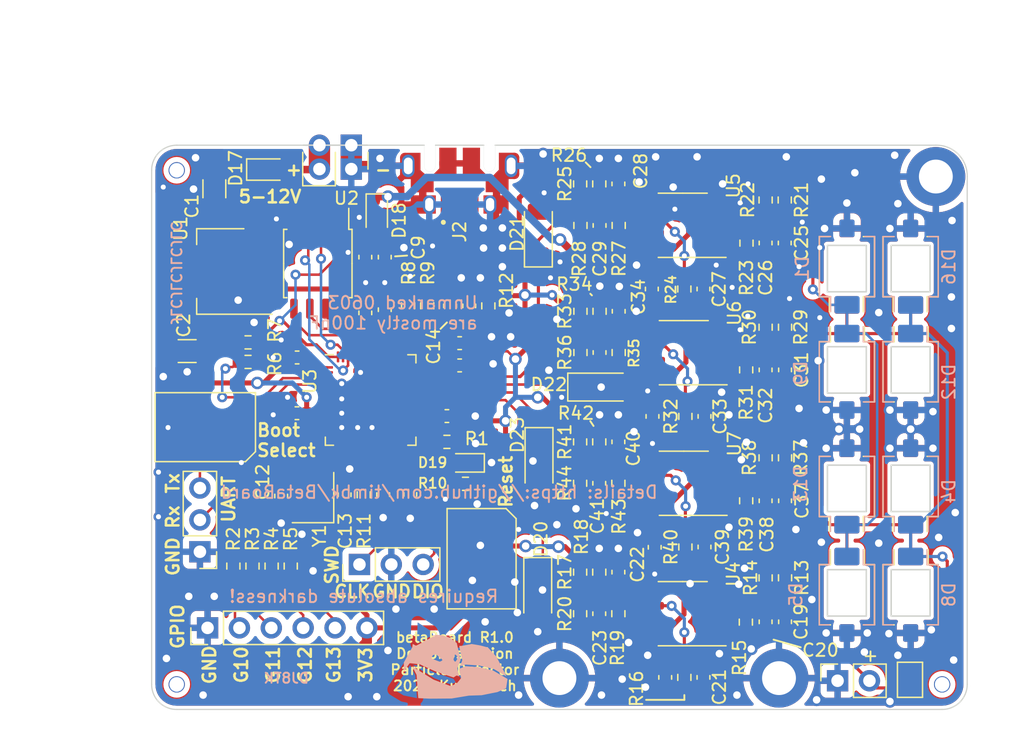
<source format=kicad_pcb>
(kicad_pcb (version 20221018) (generator pcbnew)
  (title_block (title "betaBoard") (date "2023-12-28") (rev "R1.0") (company "Tim Kuhlbusch") (comment 1 "Beta radiation detector") (comment 4 "AISLER Project ID: QLFAKICO"))
  (layers (0 "F.Cu" signal) (31 "B.Cu" signal) (34 "B.Paste" user) (35 "F.Paste" user) (36 "B.SilkS" user "B.Silkscreen") (37 "F.SilkS" user "F.Silkscreen") (38 "B.Mask" user) (39 "F.Mask" user) (44 "Edge.Cuts" user))
  (net 0 "")
  (net 1 "+3V3")
  (net 2 "GND")
  (net 3 "Net-(U3-XIN)")
  (net 4 "Net-(C13-Pad1)")
  (net 5 "VCC")
  (net 6 "Net-(U3-ADC_AVDD)")
  (net 7 "Net-(U4B-+)")
  (net 8 "Net-(U4B--)")
  (net 9 "Net-(U5B-+)")
  (net 10 "Net-(U5B--)")
  (net 11 "Net-(U6B-+)")
  (net 12 "Net-(U6B--)")
  (net 13 "Net-(U7B-+)")
  (net 14 "Net-(U7B--)")
  (net 15 "Net-(D12-K)")
  (net 16 "/MCU/SWD_CLK")
  (net 17 "/MCU/SWD_SIO")
  (net 18 "Net-(D17-A)")
  (net 19 "Net-(D19-A)")
  (net 21 "Net-(J6-Pin_2)")
  (net 22 "Net-(J6-Pin_3)")
  (net 23 "Net-(J6-Pin_4)")
  (net 24 "Net-(J6-Pin_5)")
  (net 25 "Net-(U3-USB_DP)")
  (net 26 "Net-(U3-USB_DM)")
  (net 27 "/MCU/ADC0")
  (net 28 "/MCU/ADC1")
  (net 29 "/MCU/ADC2")
  (net 30 "/MCU/ADC3")
  (net 31 "Net-(C19-Pad2)")
  (net 32 "/MCU/VREG_PICO")
  (net 33 "Net-(U3-RUN)")
  (net 34 "Net-(C25-Pad2)")
  (net 35 "Net-(C27-Pad2)")
  (net 36 "Net-(C29-Pad2)")
  (net 37 "Net-(C35-Pad2)")
  (net 38 "Net-(C37-Pad2)")
  (net 39 "/particle_sensor_array/Diodes")
  (net 40 "/particle_sensor_array1/Diodes")
  (net 41 "/particle_sensor_array2/Diodes")
  (net 42 "/particle_sensor_array3/Diodes")
  (net 43 "/MCU/GP18")
  (net 44 "Net-(R6-Pad1)")
  (net 45 "Net-(U3-XOUT)")
  (net 46 "/MCU/UART0_RX")
  (net 47 "/MCU/UART0_TX")
  (net 48 "/MCU/GP13")
  (net 49 "/MCU/GP12")
  (net 50 "/MCU/GP11")
  (net 51 "/MCU/GP10")
  (net 52 "Net-(U4A-+)")
  (net 53 "Net-(U5A-+)")
  (net 54 "Net-(U6A-+)")
  (net 55 "Net-(U7A-+)")
  (net 56 "/5V_USB")
  (net 57 "/MCU/USB_DM")
  (net 58 "/MCU/USB_DP")
  (net 59 "/MCU/QSPI.SS")
  (net 60 "/MCU/QSPI.SD1")
  (net 61 "/MCU/QSPI.SD2")
  (net 62 "/MCU/QSPI.SD0")
  (net 63 "/MCU/QSPI.SCLK")
  (net 64 "/MCU/QSPI.SD3")
  (net 66 "Net-(C21-Pad2)")
  (net 67 "Net-(C23-Pad2)")
  (net 68 "Net-(C31-Pad2)")
  (net 69 "Net-(C33-Pad2)")
  (net 70 "Net-(C39-Pad2)")
  (net 71 "Net-(C41-Pad2)")
  (net 76 "Net-(C20-Pad2)")
  (net 77 "Net-(C26-Pad2)")
  (net 78 "Net-(C32-Pad2)")
  (net 79 "Net-(C38-Pad2)")
  (net 92 "/MCU/GP17")
  (footprint "Crystal:Crystal_SMD_3225-4Pin_3.2x2.5mm" (layer "F.Cu") (at 62.865 78.105 90)
    (fp_text reference "Y1")
    (fp_text value "X322512MSB4SI" hide)
  )
  (footprint "Connector_PinSocket_2.54mm:PinSocket_1x02_P2.54mm_Vertical" (layer "F.Cu") (at 104.668 92.7104 90)
    (fp_text reference "J3" hide)
    (fp_text value "DNP")
  )
  (footprint "Resistor_SMD:R_0603_1608Metric" (layer "F.Cu") (at 87.1982 76.962 90)
    (fp_text reference "R43")
    (fp_text value "1M")
  )
  (footprint "Resistor_SMD:R_0603_1608Metric" (layer "F.Cu") (at 76.835 62.8142 90)
    (fp_text reference "R12")
    (fp_text value "100")
  )
  (footprint "Package_SO:SOIC-8_3.9x4.9mm_P1.27mm" (layer "F.Cu") (at 92.412 76.962 180)
    (fp_text reference "U7")
    (fp_text value "LM358")
  )
  (footprint "betaBoard:PinHeader_1x02_P2.54mm_castellation" (layer "F.Cu") (at 65.913 50 -90)
    (fp_text reference "J1" hide)
    (fp_text value "DNP" hide)
    (fp_line (start 0 -1.27) (end 0 3.81) (stroke (width 0.12)) (layer "Edge.Cuts"))
  )
  (footprint "Capacitor_SMD:C_0603_1608Metric" (layer "F.Cu") (at 70.612 77.851 -90)
    (fp_text reference "C15" hide)
    (fp_text value "100n")
  )
  (footprint "Resistor_SMD:R_0603_1608Metric" (layer "F.Cu") (at 84.1502 73.66 90)
    (fp_text reference "R41")
    (fp_text value "10k")
  )
  (footprint "Resistor_SMD:R_0603_1608Metric" (layer "F.Cu") (at 57.6834 67.2846)
    (fp_text reference "R6")
    (fp_text value "1k")
  )
  (footprint "Resistor_SMD:R_0603_1608Metric" (layer "F.Cu") (at 84.1756 63.246 90)
    (fp_text reference "R33")
    (fp_text value "10k")
  )
  (footprint "Resistor_SMD:R_0603_1608Metric" (layer "F.Cu") (at 87.1982 87.363 90)
    (fp_text reference "R19")
    (fp_text value "1M")
  )
  (footprint "Resistor_SMD:R_0603_1608Metric" (layer "F.Cu") (at 84.1502 87.363 -90)
    (fp_text reference "R20")
    (fp_text value "10k")
  )
  (footprint "Resistor_SMD:R_0603_1608Metric" (layer "F.Cu") (at 92.539 71.628 -90)
    (fp_text reference "R32")
    (fp_text value "4K7")
  )
  (footprint "Capacitor_SMD:C_0603_1608Metric" (layer "F.Cu") (at 100.4824 78.359 -90)
    (fp_text reference "C37")
    (fp_text value "10p")
  )
  (footprint "betaBoard:Osram_BPW34S-SMD_hole" (layer "F.Cu") (at 110.49 59.69 90)
    (fp_text reference "D2" hide)
    (fp_text value "BPW34-SMD")
    (fp_rect (start -2 -1.55) (end 1.7 1.55) (stroke (width 0.12)) (fill none) (layer "Edge.Cuts"))
  )
  (footprint "Capacitor_SMD:C_0603_1608Metric" (layer "F.Cu") (at 85.6996 66.535 -90)
    (fp_text reference "C35" hide)
    (fp_text value "47p")
  )
  (footprint "Jumper:SolderJumper-2_P1.3mm_Bridged2Bar_Pad1.0x1.5mm" (layer "F.Cu") (at 110.4392 92.6338 -90)
    (fp_text reference "JP1" hide)
    (fp_text value "DNP")
  )
  (footprint "Capacitor_SMD:C_0603_1608Metric" (layer "F.Cu") (at 100.4824 67.9196 -90)
    (fp_text reference "C31")
    (fp_text value "10p")
  )
  (footprint "Resistor_SMD:R_0603_1608Metric" (layer "F.Cu") (at 97.3582 88.0364 90)
    (fp_text reference "R15")
    (fp_text value "47M")
  )
  (footprint "Package_TO_SOT_SMD:SOT-223-3_TabPin2" (layer "F.Cu") (at 55.499 60.071 180)
    (fp_text reference "U1")
    (fp_text value "AMS1117-3.3_SOT223")
  )
  (footprint "betaBoard:JLC_tooling_hole" (layer "F.Cu") (at 113 93)
    (fp_text reference "H5" hide)
    (fp_text value "JLC Tooling Hole")
  )
  (footprint "Capacitor_SMD:C_0603_1608Metric" (layer "F.Cu") (at 93.98 92.443 -90)
    (fp_text reference "C21")
    (fp_text value "470n")
  )
  (footprint "Capacitor_SMD:C_0603_1608Metric" (layer "F.Cu") (at 65.3796 77.8764 90)
    (fp_text reference "C13")
    (fp_text value "30p")
  )
  (footprint "Diode_SMD:D_SOD-323" (layer "F.Cu") (at 59.182 51.943)
    (fp_text reference "D17")
    (fp_text value "1N5819WS")
  )
  (footprint "Resistor_SMD:R_0603_1608Metric" (layer "F.Cu") (at 85.6742 73.66 -90)
    (fp_text reference "R42")
    (fp_text value "10k")
  )
  (footprint "Capacitor_SMD:C_0603_1608Metric" (layer "F.Cu") (at 75.311 62.8142 90)
    (fp_text reference "C3" hide)
    (fp_text value "100n")
  )
  (footprint "betaBoard:JLC_tooling_hole" (layer "F.Cu") (at 52 52)
    (fp_text reference "H6" hide)
    (fp_text value "JLC Tooling Hole" hide)
  )
  (footprint "betaBoard:Osram_BPW34S-SMD_hole" (layer "F.Cu") (at 105.41 68.072 -90)
    (fp_text reference "D14" hide)
    (fp_text value "BPW34-SMD")
    (fp_rect (start -2 -1.55) (end 1.7 1.55) (stroke (width 0.12)) (fill none) (layer "Edge.Cuts"))
  )
  (footprint "Resistor_SMD:R_0603_1608Metric" (layer "F.Cu") (at 84.176 56.4 -90)
    (fp_text reference "R28")
    (fp_text value "10k")
  )
  (footprint "Resistor_SMD:R_0603_1608Metric" (layer "F.Cu") (at 97.3836 78.359 90)
    (fp_text reference "R39")
    (fp_text value "47M")
  )
  (footprint "Resistor_SMD:R_0603_1608Metric" (layer "F.Cu") (at 84.1756 66.535 90)
    (fp_text reference "R36")
    (fp_text value "10k")
  )
  (footprint "Capacitor_SMD:C_0603_1608Metric" (layer "F.Cu") (at 98.933 67.9196 90)
    (fp_text reference "C32")
    (fp_text value "10p")
  )
  (footprint "Capacitor_SMD:C_0603_1608Metric" (layer "F.Cu") (at 67.0306 63.373 90)
    (fp_text reference "C16" hide)
    (fp_text value "100n")
  )
  (footprint "Capacitor_SMD:C_0603_1608Metric" (layer "F.Cu") (at 90.932 92.443 -90)
    (fp_text reference "C18" hide)
    (fp_text value "100n")
  )
  (footprint "Resistor_SMD:R_0603_1608Metric" (layer "F.Cu") (at 92.539 82.042 -90)
    (fp_text reference "R40")
    (fp_text value "4K7")
  )
  (footprint "Resistor_SMD:R_0603_1608Metric" (layer "F.Cu") (at 100.4824 84.5 -90)
    (fp_text reference "R13")
    (fp_text value "4k7")
  )
  (footprint "betaBoard:TS-1187A-B-A-B" (layer "F.Cu") (at 54.277 72.487 90)
    (fp_text reference "SW1" hide)
    (fp_text value "C26638")
  )
  (footprint "Resistor_SMD:R_0603_1608Metric" (layer "F.Cu") (at 61.087 83.566 -90)
    (fp_text reference "R5")
    (fp_text value "1k")
  )
  (footprint "Resistor_SMD:R_0603_1608Metric" (layer "F.Cu") (at 73.533 73.66 180)
    (fp_text reference "R1")
    (fp_text value "10k")
  )
  (footprint "Resistor_SMD:R_0603_1608Metric" (layer "F.Cu") (at 75.013 77.0051)
    (fp_text reference "R10")
    (fp_text value "10k")
  )
  (footprint "MountingHole:MountingHole_2.7mm_M2.5_DIN965_Pad" (layer "F.Cu") (at 112.5 52.5 45)
    (fp_text reference "H2" hide)
    (fp_text value "M3 Hole" hide)
  )
  (footprint "Capacitor_SMD:C_0603_1608Metric" (layer "F.Cu") (at 87.1982 84.0486 90)
    (fp_text reference "C22")
    (fp_text value "100n")
  )
  (footprint "betaBoard:Osram_BPW34S-SMD_hole" (layer "F.Cu") (at 105.41 59.69 90)
    (fp_text reference "D6" hide)
    (fp_text value "BPW34-SMD")
    (fp_rect (start -2 -1.55) (end 1.7 1.55) (stroke (width 0.12)) (fill none) (layer "Edge.Cuts"))
  )
  (footprint "betaBoard:Osram_BPW34S-SMD_hole" (layer "F.Cu") (at 110.49 68.072 -90)
    (fp_text reference "D10" hide)
    (fp_text value "BPW34-SMD")
    (fp_rect (start -2 -1.55) (end 1.7 1.55) (stroke (width 0.12)) (fill none) (layer "Edge.Cuts"))
  )
  (footprint "Resistor_SMD:R_0603_1608Metric" (layer "F.Cu") (at 59.563 83.566 -90)
    (fp_text reference "R4")
    (fp_text value "1k")
  )
  (footprint "Resistor_SMD:R_0603_1608Metric" (layer "F.Cu") (at 84.152 53.086 90)
    (fp_text reference "R25")
    (fp_text value "10k")
  )
  (footprint "Resistor_SMD:R_0603_1608Metric" (layer "F.Cu") (at 57.6834 65.7241 180)
    (fp_text reference "R7")
    (fp_text value "10k")
  )
  (footprint "Resistor_SMD:R_0603_1608Metric" (layer "F.Cu") (at 100.4824 64.516 -90)
    (fp_text reference "R29")
    (fp_text value "4k7")
  )
  (footprint "Resistor_SMD:R_0603_1608Metric" (layer "F.Cu") (at 98.933 84.5058 90)
    (fp_text reference "R14")
    (fp_text value "15k")
  )
  (footprint "Capacitor_SMD:C_0603_1608Metric" (layer "F.Cu") (at 61.595 66.929 180)
    (fp_text reference "C8" hide)
    (fp_text value "100n")
  )
  (footprint "betaBoard:Osram_BPW34S-SMD_hole" (layer "F.Cu") (at 110.49 85.852 -90)
    (fp_text reference "D15" hide)
    (fp_text value "BPW34-SMD")
    (fp_rect (start -2 -1.55) (end 1.7 1.55) (stroke (width 0.12)) (fill none) (layer "Edge.Cuts"))
  )
  (footprint "Resistor_SMD:R_0603_1608Metric" (layer "F.Cu") (at 92.456 61.468 -90)
    (fp_text reference "R24")
    (fp_text value "4K7")
  )
  (footprint "Connector_PinHeader_2.54mm:PinHeader_1x03_P2.54mm_Vertical" (layer "F.Cu") (at 66.563 83.439 90)
    (fp_text reference "J5" hide)
    (fp_text value "DNP")
  )
  (footprint "Capacitor_SMD:C_0603_1608Metric" (layer "F.Cu") (at 74.549 67.564)
    (fp_text reference "C4" hide)
    (fp_text value "100n")
  )
  (footprint "Diode_SMD:D_SOD-323" (layer "F.Cu") (at 67.945 55.499 -90)
    (fp_text reference "D18")
    (fp_text value "1N5819WS" hide)
  )
  (footprint "Diode_SMD:D_MiniMELF" (layer "F.Cu") (at 80.772 85.5472 -90)
    (fp_text reference "D20")
    (fp_text value "ZMM3V3-M")
  )
  (footprint "Capacitor_SMD:C_0603_1608Metric" (layer "F.Cu") (at 61.582 71.374 180)
    (fp_text reference "C5" hide)
    (fp_text value "100n")
  )
  (footprint "Resistor_SMD:R_0603_1608Metric" (layer "F.Cu") (at 100.457 54.371 -90)
    (fp_text reference "R21")
    (fp_text value "4k7")
  )
  (footprint "betaBoard:Osram_BPW34S-SMD_hole" (layer "F.Cu") (at 105.41 77.216 90)
    (fp_text reference "D11" hide)
    (fp_text value "BPW34-SMD")
    (fp_rect (start -2 -1.55) (end 1.7 1.55) (stroke (width 0.12)) (fill none) (layer "Edge.Cuts"))
  )
  (footprint "Capacitor_SMD:C_0603_1608Metric" (layer "F.Cu") (at 67.0306 58.928 90)
    (fp_text reference "C7" hide)
    (fp_text value "100n")
  )
  (footprint "Capacitor_SMD:C_0603_1608Metric" (layer "F.Cu") (at 60.325 77.978 90)
    (fp_text reference "C12")
    (fp_text value "30p")
  )
  (footprint "Resistor_SMD:R_0603_1608Metric" (layer "F.Cu") (at 70.441 62.8065 -90)
    (fp_text reference "R8")
    (fp_text value "27.4")
  )
  (footprint "Resistor_SMD:R_0603_1608Metric" (layer "F.Cu") (at 84.1502 76.962 -90)
    (fp_text reference "R44")
    (fp_text value "10k")
  )
  (footprint "Diode_SMD:D_MiniMELF" (layer "F.Cu") (at 85.8266 69.2912)
    (fp_text reference "D22")
    (fp_text value "ZMM3V3-M" hide)
  )
  (footprint "betaBoard:TS-1187A-B-A-B" (layer "F.Cu") (at 76.297 82.979 180)
    (fp_text reference "SW2" hide)
    (fp_text value "C26638")
  )
  (footprint "Capacitor_SMD:C_0603_1608Metric" (layer "F.Cu") (at 89.916 71.628 -90)
    (fp_text reference "C30" hide)
    (fp_text value "100n")
  )
  (footprint "MountingHole:MountingHole_2.7mm_M2.5_DIN965_Pad" (layer "F.Cu") (at 82.5 92.5 45)
    (fp_text reference "H3" hide)
    (fp_text value "M3 Hole")
  )
  (footprint "Package_SO:SOIC-8_3.9x4.9mm_P1.27mm" (layer "F.Cu") (at 92.329 87.363 180)
    (fp_text reference "U4")
    (fp_text value "LM358")
  )
  (footprint "Capacitor_SMD:C_0603_1608Metric" (layer "F.Cu") (at 68.58 63.119 90)
    (fp_text reference "C6" hide)
    (fp_text value "100n")
  )
  (footprint "Resistor_SMD:R_0603_1608Metric" (layer "F.Cu") (at 87.2236 66.535 90)
    (fp_text reference "R35")
    (fp_text value "1M")
  )
  (footprint "Capacitor_SMD:C_0603_1608Metric" (layer "F.Cu") (at 94.063 82.042 -90)
    (fp_text reference "C39")
    (fp_text value "470n")
  )
  (footprint "Resistor_SMD:R_0603_1608Metric" (layer "F.Cu") (at 98.933 54.371 90)
    (fp_text reference "R22")
    (fp_text value "15k")
  )
  (footprint "betaBoard:AMPHENOL_10103592-0001LF" (layer "F.Cu") (at 74.549 50 180)
    (fp_text reference "J2")
    (fp_text value "AMPHENOL_10103592-0001LF")
    (fp_line (start -2.825 0) (end -2.825 -1.65) (stroke (width 0.01)) (layer "Edge.Cuts"))
    (fp_line (start -1.925 -1.65) (end -1.925 0) (stroke (width 0.01)) (layer "Edge.Cuts"))
    (fp_line (start 1.925 -1.65) (end 1.925 0) (stroke (width 0.01)) (layer "Edge.Cuts"))
    (fp_line (start 2.825 0) (end 2.825 -1.65) (stroke (width 0.01)) (layer "Edge.Cuts"))
    (fp_arc (start -2.825 -1.65) (mid -2.693198 -1.968198) (end -2.375 -2.1) (stroke (width 0.01)) (layer "Edge.Cuts"))
    (fp_arc (start -2.375 -2.1) (mid -2.056802 -1.968198) (end -1.925 -1.65) (stroke (width 0.01)) (layer "Edge.Cuts"))
    (fp_arc (start 1.925 -1.65) (mid 2.056802 -1.968198) (end 2.375 -2.1) (stroke (width 0.01)) (layer "Edge.Cuts"))
    (fp_arc (start 2.375 -2.1) (mid 2.693198 -1.968198) (end 2.825 -1.65) (stroke (width 0.01)) (layer "Edge.Cuts"))
  )
  (footprint "Capacitor_SMD:C_0603_1608Metric" (layer "F.Cu") (at 93.98 61.468 -90)
    (fp_text reference "C27")
    (fp_text value "470n")
  )
  (footprint "Package_SO:SOIC-8_5.23x5.23mm_P1.27mm" (layer "F.Cu") (at 63.246 59.436 -90)
    (fp_text reference "U2")
    (fp_text value "W25Q128JVSIQ" hide)
  )
  (footprint "Resistor_SMD:R_0603_1608Metric" (layer "F.Cu") (at 66.9036 77.8764 90)
    (fp_text reference "R11")
    (fp_text value "1k")
  )
  (footprint "Resistor_SMD:R_0603_1608Metric" (layer "F.Cu") (at 85.6742 84.0486 -90)
    (fp_text reference "R18")
    (fp_text value "10k")
  )
  (footprint "Resistor_SMD:R_0603_1608Metric" (layer "F.Cu") (at 98.933 64.516 90)
    (fp_text reference "R30")
    (fp_text value "15k")
  )
  (footprint "Capacitor_SMD:C_0603_1608Metric" (layer "F.Cu") (at 87.2236 63.246 90)
    (fp_text reference "C34")
    (fp_text value "100n")
  )
  (footprint "Resistor_SMD:R_0603_1608Metric" (layer "F.Cu") (at 98.933 74.93 90)
    (fp_text reference "R38")
    (fp_text value "15k")
  )
  (footprint "Resistor_SMD:R_0603_1608Metric" (layer "F.Cu") (at 56.515 83.566 -90)
    (fp_text reference "R2")
    (fp_text value "1k")
  )
  (footprint "Capacitor_SMD:C_0603_1608Metric" (layer "F.Cu") (at 73.787 62.8142 90)
    (fp_text reference "C14")
    (fp_text value "1u")
  )
  (footprint "betaBoard:Osram_BPW34S-SMD_hole" (layer "F.Cu") (at 105.41 85.852 -90)
    (fp_text reference "D7" hide)
    (fp_text value "BPW34-SMD")
    (fp_rect (start -2 -1.55) (end 1.7 1.55) (stroke (width 0.12)) (fill none) (layer "Edge.Cuts"))
  )
  (footprint "Resistor_SMD:R_0603_1608Metric" (layer "F.Cu") (at 84.1502 84.0486 90)
    (fp_text reference "R17")
    (fp_text value "10k")
  )
  (footprint "Capacitor_SMD:C_0603_1608Metric" (layer "F.Cu") (at 98.932 57.8 90)
    (fp_text reference "C26")
    (fp_text value "10p")
  )
  (footprint "Resistor_SMD:R_0603_1608Metric" (layer "F.Cu") (at 58.039 83.566 -90)
    (fp_text reference "R3")
    (fp_text value "1k")
  )
  (footprint "Capacitor_SMD:C_0603_1608Metric" (layer "F.Cu") (at 73.533 71.6026)
    (fp_text reference "C11" hide)
    (fp_text value "100n")
  )
  (footprint "Connector_PinHeader_2.54mm:PinHeader_1x06_P2.54mm_Vertical" (layer "F.Cu") (at 54.4576 88.4936 90)
    (fp_text reference "J6" hide)
    (fp_text value "DNP")
  )
  (footprint "Capacitor_SMD:C_1206_3216Metric" (layer "F.Cu") (at 52.832 66.421 180)
    (fp_text reference "C2")
    (fp_text value "10u")
  )
  (footprint "Capacitor_SMD:C_0603_1608Metric" (layer "F.Cu") (at 98.933 78.359 90)
    (fp_text reference "C38")
    (fp_text value "10p")
  )
  (footprint "Package_SO:SOIC-8_3.9x4.9mm_P1.27mm" (layer "F.Cu") (at 92.329 56.388 180)
    (fp_text reference "U5")
    (fp_text value "LM358")
  )
  (footprint "Package_DFN_QFN:QFN-56-1EP_7x7mm_P0.4mm_EP3.2x3.2mm" (layer "F.Cu") (at 67.455 70.3205)
    (fp_text reference "U3")
    (fp_text value "RP2040")
  )
  (footprint "Resistor_SMD:R_0603_1608Metric" (layer "F.Cu") (at 87.224 56.4 90)
    (fp_text reference "R27")
    (fp_text value "1M")
  )
  (footprint "Resistor_SMD:R_0603_1608Metric" (layer "F.Cu") (at 92.456 92.443 -90)
    (fp_text reference "R16")
    (fp_text value "4K7")
  )
  (footprint "Connector_PinHeader_2.54mm:PinHeader_1x03_P2.54mm_Vertical" (layer "F.Cu") (at 53.848 82.423 180)
    (fp_text reference "J4" hide)
    (fp_text value "DNP")
  )
  (footprint "Capacitor_SMD:C_0603_1608Metric" (layer "F.Cu") (at 85.6742 76.962 -90)
    (fp_text reference "C41")
    (fp_text value "47p")
  )
  (footprint "Capacitor_SMD:C_0603_1608Metric" (layer "F.Cu") (at 98.933 88.011 90)
    (fp_text reference "C20")
    (fp_text value "10p")
  )
  (footprint "Capacitor_SMD:C_0603_1608Metric" (layer "F.Cu") (at 90.0938 82.0674 -90)
    (fp_text reference "C36" hide)
    (fp_text value "100n")
  )
  (footprint "Diode_SMD:D_MiniMELF" (layer "F.Cu") (at 80.8228 57.0484 90)
    (fp_text reference "D21")
    (fp_text value "ZMM3V3-M" hide)
  )
  (footprint "Resistor_SMD:R_0603_1608Metric" (layer "F.Cu") (at 85.676 53.086 -90)
    (fp_text reference "R26")
    (fp_text value "10k")
  )
  (footprint "Capacitor_SMD:C_0603_1608Metric" (layer "F.Cu") (at 74.549 65.786)
    (fp_text reference "C17" hide)
    (fp_text value "1u")
  )
  (footprint "Capacitor_SMD:C_0603_1608Metric" (layer "F.Cu") (at 68.453 77.864 -90)
    (fp_text reference "C10" hide)
    (fp_text value "100n")
  )
  (footprint "Capacitor_SMD:C_0603_1608Metric" (layer "F.Cu") (at 89.8652 61.468 -90)
    (fp_text reference "C24" hide)
    (fp_text value "100n")
  )
  (footprint "Capacitor_SMD:C_0603_1608Metric" (layer "F.Cu") (at 87.1982 73.66 90)
    (fp_text reference "C40")
    (fp_text value "100n")
  )
  (footprint "LED_SMD:LED_0603_1608Metric" (layer "F.Cu") (at 75.0316 75.3364 180)
    (fp_text reference "D19")
    (fp_text value "LED")
  )
  (footprint "Capacitor_SMD:C_0603_1608Metric" (layer "F.Cu") (at 85.6742 87.363 -90)
    (fp_text reference "C23")
    (fp_text value "47p")
  )
  (footprint "betaBoard:Osram_BPW34S-SMD_hole" (layer "F.Cu") (at 110.49 77.216 90)
    (fp_text reference "D3" hide)
    (fp_text value "BPW34-SMD")
    (fp_rect (start -2 -1.55) (end 1.7 1.55) (stroke (width 0.12)) (fill none) (layer "Edge.Cuts"))
  )
  (footprint "Capacitor_SMD:C_0603_1608Metric" (layer "F.Cu") (at 87.2 53.086 90)
    (fp_text reference "C28")
    (fp_text value "100n")
  )
  (footprint "Capacitor_SMD:C_0603_1608Metric" (layer "F.Cu") (at 94.063 71.628 -90)
    (fp_text reference "C33")
    (fp_text value "470n")
  )
  (footprint "Diode_SMD:D_MiniMELF" (layer "F.Cu") (at 80.8736 75.184 -90)
    (fp_text reference "D23")
    (fp_text value "ZMM3V3-M" hide)
  )
  (footprint "Capacitor_SMD:C_0603_1608Metric" (layer "F.Cu") (at 100.4824 88.011 -90)
    (fp_text reference "C19")
    (fp_text value "10p")
  )
  (footprint "Resistor_SMD:R_0603_1608Metric" (layer "F.Cu") (at 97.3836 67.9196 90)
    (fp_text reference "R31")
    (fp_text value "47M")
  )
  (footprint "Resistor_SMD:R_0603_1608Metric" (layer "F.Cu") (at 97.409 57.8104 90)
    (fp_text reference "R23")
    (fp_text value "47M")
  )
  (footprint "Package_SO:SOIC-8_3.9x4.9mm_P1.27mm" (layer "F.Cu") (at 92.412 66.548 180)
    (fp_text reference "U6")
    (fp_text value "LM358")
  )
  (footprint "betaBoard:JLC_tooling_hole" (layer "F.Cu") (at 52 93)
    (fp_text reference "H4" hide)
    (fp_text value "JLC Tooling Hole")
  )
  (footprint "Resistor_SMD:R_0603_1608Metric" (layer "F.Cu") (at 85.6996 63.246 -90)
    (fp_text reference "R34")
    (fp_text value "10k")
  )
  (footprint "Capacitor_SMD:C_0603_1608Metric" (layer "F.Cu") (at 100.457 57.8 -90)
    (fp_text reference "C25")
    (fp_text value "10p")
  )
  (footprint "MountingHole:MountingHole_2.7mm_M2.5_DIN965_Pad" (layer "F.Cu") (at 100 92.5 45)
    (fp_text reference "H1" hide)
    (fp_text value "M3 Hole")
  )
  (footprint "Capacitor_SMD:C_1206_3216Metric" (layer "F.Cu") (at 55 53.475 90)
    (fp_text reference "C1")
    (fp_text value "10u")
  )
  (footprint "Capacitor_SMD:C_0603_1608Metric" (layer "F.Cu") (at 85.7 56.4 -90)
    (fp_text reference "C29")
    (fp_text value "47p")
  )
  (footprint "Capacitor_SMD:C_0603_1608Metric" (layer "F.Cu") (at 68.58 58.928 90)
    (fp_text reference "C9")
    (fp_text value "1u")
  )
  (footprint "Resistor_SMD:R_0603_1608Metric" (layer "F.Cu") (at 100.4824 74.93 -90)
    (fp_text reference "R37")
    (fp_text value "4k7")
  )
  (footprint "Resistor_SMD:R_0603_1608Metric" (layer "F.Cu") (at 71.965 62.8065 -90)
    (fp_text reference "R9")
    (fp_text value "27.4")
  )
  (footprint "OptoDevice:Osram_BPW34S-SMD" (layer "B.Cu") (at 105.41 85.852 -90)
    (fp_text reference "D5")
    (fp_text value "DNP")
  )
  (footprint "OptoDevice:Osram_BPW34S-SMD" (layer "B.Cu") (at 105.4228 59.6824 90)
    (fp_text reference "D1")
    (fp_text value "DNP")
  )
  (footprint "OptoDevice:Osram_BPW34S-SMD" (layer "B.Cu") (at 110.49 59.69 90)
    (fp_text reference "D16")
    (fp_text value "DNP")
  )
  (footprint "AAA_stickaas:polyfox" (layer "B.Cu") (at 73.8632 91.186 180)
    (fp_text reference "G***" hide)
    (fp_text value "LOGO" hide)
  )
  (footprint "OptoDevice:Osram_BPW34S-SMD" (layer "B.Cu") (at 110.49 85.852 -90)
    (fp_text reference "D8")
    (fp_text value "DNP")
  )
  (footprint "OptoDevice:Osram_BPW34S-SMD" (layer "B.Cu") (at 105.41 68.072 -90)
    (fp_text reference "D9")
    (fp_text value "DNP")
  )
  (footprint "OptoDevice:Osram_BPW34S-SMD" (layer "B.Cu") (at 105.41 77.216 90)
    (fp_text reference "D13")
    (fp_text value "DNP")
  )
  (footprint "OptoDevice:Osram_BPW34S-SMD" (layer "B.Cu") (at 110.49 77.216 90)
    (fp_text reference "D4")
    (fp_text value "DNP")
  )
  (footprint "OptoDevice:Osram_BPW34S-SMD" (layer "B.Cu") (at 110.49 68.072 -90)
    (fp_text reference "D12")
    (fp_text value "DNP")
  )
  (gr_line (start 73.025 64.643) (end 73.533 64.135) (stroke (width 0.15)) (layer "F.SilkS"))
  (gr_line (start 85.217 72.39) (end 84.963 72.009) (stroke (width 0.15)) (layer "F.SilkS"))
  (gr_line (start 89.408 94.234) (end 92.456 94.234) (stroke (width 0.15)) (layer "F.SilkS"))
  (gr_line (start 84.5947 51.3715) (end 84.9757 51.7525) (stroke (width 0.15)) (layer "F.SilkS"))
  (gr_line (start 92.456 94.234) (end 92.456 93.853) (stroke (width 0.15)) (layer "F.SilkS"))
  (gr_line (start 69.4055 58.8645) (end 70.358 58.801) (stroke (width 0.15)) (layer "F.SilkS"))
  (gr_line (start 101.727 90.043) (end 99.568 89.4334) (stroke (width 0.15)) (layer "F.SilkS"))
  (gr_line (start 85.09 61.976) (end 84.963 61.849) (stroke (width 0.15)) (layer "F.SilkS"))
  (gr_line (start 72.624 50) (end 76.474 50) (stroke (width 0.1)) (layer "Edge.Cuts"))
  (gr_arc (start 112.5 50) (mid 114.283353 50.716647) (end 115 52.5) (stroke (width 0.1)) (layer "Edge.Cuts"))
  (gr_arc (start 115 93) (mid 114.414214 94.414214) (end 113 95) (stroke (width 0.1)) (layer "Edge.Cuts"))
  (gr_line (start 67.183 50) (end 71.724 50) (stroke (width 0.1)) (layer "Edge.Cuts"))
  (gr_arc (start 52 95) (mid 50.585786 94.414214) (end 50 93) (stroke (width 0.1)) (layer "Edge.Cuts"))
  (gr_line (start 113 95) (end 52 95) (stroke (width 0.1)) (layer "Edge.Cuts"))
  (gr_line (start 52 50) (end 62.103 50) (stroke (width 0.1)) (layer "Edge.Cuts"))
  (gr_line (start 50 93) (end 50 52) (stroke (width 0.1)) (layer "Edge.Cuts"))
  (gr_line (start 115 52.5) (end 115 93) (stroke (width 0.1)) (layer "Edge.Cuts"))
  (gr_arc (start 50 52) (mid 50.585786 50.585786) (end 52 50) (stroke (width 0.1)) (layer "Edge.Cuts"))
  (gr_line (start 77.374 50) (end 112.5 50) (stroke (width 0.1)) (layer "Edge.Cuts"))
  (gr_text "JLCJLCJLCJLC" (at 51.943 60.198 270) (layer "B.SilkS") (effects (font (size 0.8 0.8)) (justify mirror)))
  (gr_text "DJ8TK" (at 60.7314 92.5068) (layer "B.SilkS") (effects (font (size 0.8 0.8)) (justify mirror)))
  (gr_text "Details: https://github.com/timbk/BetaBoard" (at 90.424 77.6732) (layer "B.SilkS") (effects (font (size 1 1)) (justify left mirror)))
  (gr_text "Unmarked 0603\nare mostly 100nF" (at 76.073 63.373) (layer "B.SilkS") (effects (font (size 1 1)) (justify left mirror)))
  (gr_text "Requires absolute darkness!" (at 77.724 85.979) (layer "B.SilkS") (effects (font (size 1 1)) (justify left mirror)))
  (gr_text "GPIO" (at 52.07 88.392 90) (layer "F.SilkS") (effects (font (size 1 1) (thickness 0.2))))
  (gr_text "G13" (at 64.516 91.44 90) (layer "F.SilkS") (effects (font (size 1 1) (thickness 0.2))))
  (gr_text "G10" (at 57.15 91.44 90) (layer "F.SilkS") (effects (font (size 1 1) (thickness 0.2))))
  (gr_text "+" (at 61.341 51.943) (layer "F.SilkS") (effects (font (size 1 1) (thickness 0.2))))
  (gr_text "Boot\nSelect" (at 58.293 73.533) (layer "F.SilkS") (effects (font (size 1 1) (thickness 0.2)) (justify left)))
  (gr_text "Tx" (at 51.689 76.962 90) (layer "F.SilkS") (effects (font (size 1 1) (thickness 0.2))))
  (gr_text "Rx" (at 51.689 79.6544 90) (layer "F.SilkS") (effects (font (size 1 1) (thickness 0.2))))
  (gr_text "G11\n" (at 59.69 91.44 90) (layer "F.SilkS") (effects (font (size 1 1) (thickness 0.2))))
  (gr_text "UART" (at 56.134 78.232 90) (layer "F.SilkS") (effects (font (size 1 1) (thickness 0.2))))
  (gr_text "Reset" (at 78.232 76.835 90) (layer "F.SilkS") (effects (font (size 1 1) (thickness 0.2))))
  (gr_text "GND" (at 54.61 91.44 90) (layer "F.SilkS") (effects (font (size 1 1) (thickness 0.2))))
  (gr_text "CLK" (at 65.9892 85.598) (layer "F.SilkS") (effects (font (size 1 1) (thickness 0.2))))
  (gr_text "-" (at 68.453 51.943) (layer "F.SilkS") (effects (font (size 1 1) (thickness 0.2))))
  (gr_text "GND" (at 51.689 82.804 90) (layer "F.SilkS") (effects (font (size 1 1) (thickness 0.2))))
  (gr_text "DIO" (at 72.009 85.598) (layer "F.SilkS") (effects (font (size 1 1) (thickness 0.2))))
  (gr_text "betaBoard R1.0\nDemonostration\nParticle Detector\n2023 Kuhlbusch" (at 74.168 91.186) (layer "F.SilkS") (effects (font (size 0.8 0.8))))
  (gr_text "5-12V" (at 59.436 54.102) (layer "F.SilkS") (effects (font (size 1 1) (thickness 0.2))))
  (gr_text "+" (at 107.2896 90.678) (layer "F.SilkS") (effects (font (size 1 1))))
  (gr_text "SWD" (at 64.3636 83.4644 90) (layer "F.SilkS") (effects (font (size 1 1) (thickness 0.2))))
  (gr_text "G12" (at 62.23 91.44 90) (layer "F.SilkS") (effects (font (size 1 1) (thickness 0.2))))
  (gr_text "3V3" (at 67.056 91.44 90) (layer "F.SilkS") (effects (font (size 1 1) (thickness 0.2))))
  (gr_text "GND" (at 69.1388 85.598) (layer "F.SilkS") (effects (font (size 1 1) (thickness 0.2))))
  (segment (start 73.8124 88.4936) (end 67.1576 88.4936) (width 0.4) (layer "F.Cu") (net 1))
  (segment (start 77.343 81.9658) (end 77.343 84.963) (width 0.4) (layer "F.Cu") (net 1))
  (segment (start 78.994 67.056) (end 78.3718 66.4338) (width 0.2) (layer "F.Cu") (net 1))
  (segment (start 65.151 60.96) (end 66.408 59.703) (width 0.4) (layer "F.Cu") (net 1))
  (segment (start 67.8434 64.6176) (end 68.453 64.008) (width 0.2) (layer "F.Cu") (net 1))
  (segment (start 80.772 70.104) (end 81.153 70.104) (width 0.4) (layer "F.Cu") (net 1))
  (segment (start 67.655 65.5426) (end 67.8434 65.3542) (width 0.2) (layer "F.Cu") (net 1))
  (segment (start 69.469 60.592) (end 68.58 59.703) (width 0.3) (layer "F.Cu") (net 1))
  (segment (start 63.1615 67.7205) (end 62.37 66.929) (width 0.2) (layer "F.Cu") (net 1))
  (segment (start 74.663 66.675) (end 73.774 67.564) (width 0.2) (layer "F.Cu") (net 1))
  (segment (start 82.36 62.421) (end 84.201 62.421) (width 0.4) (layer "F.Cu") (net 1))
  (segment (start 73.6175 67.7205) (end 73.774 67.564) (width 0.2) (layer "F.Cu") (net 1))
  (segment (start 61.354 67.945) (end 62.37 66.929) (width 0.4) (layer "F.Cu") (net 1))
  (segment (start 54.7388 66.4464) (end 54.229 66.9562) (width 0.4) (layer "F.Cu") (net 1))
  (segment (start 52.832 75.438) (end 51.943 76.327) (width 0.8) (layer "F.Cu") (net 1))
  (segment (start 74.3842 64.516) (end 75.311 63.5892) (width 0.2) (layer "F.Cu") (net 1))
  (segment (start 81.915 61.976) (end 82.36 62.421) (width 0.4) (layer "F.Cu") (net 1))
  (segment (start 78.2066 71.9836) (end 78.2066 76.962) (width 0.4) (layer "F.Cu") (net 1))
  (segment (start 69.655 66.883) (end 69.655 66.350525) (width 0.2) (layer "F.Cu") (net 1))
  (segment (start 64.0175 67.7205) (end 63.1615 67.7205) (width 0.2) (layer "F.Cu") (net 1))
  (segment (start 78.994 67.056) (end 79.756 66.294) (width 0.4) (layer "F.Cu") (net 1))
  (segment (start 68.453 64.008) (end 68.453 63.7085) (width 0.2) (layer "F.Cu") (net 1))
  (segment (start 76.454 72.644) (end 77.1144 71.9836) (width 0.4) (layer "F.Cu") (net 1))
  (segment (start 81.2414 52.261) (end 84.152 52.261) (width 0.4) (layer "F.Cu") (net 1))
  (segment (start 60.296 61.468) (end 58.899 60.071) (width 0.4) (layer "F.Cu") (net 1))
  (segment (start 77.343 77.8256) (end 77.343 81.9658) (width 0.4) (layer "F.Cu") (net 1))
  (segment (start 67.655 76.291) (end 68.453 77.089) (width 0.2) (layer "F.Cu") (net 1))
  (segment (start 79.756 62.0014) (end 79.756 61.9506) (width 0.4) (layer "F.Cu") (net 1))
  (segment (start 82.423 82.0166) (end 82.9432 82.0166) (width 0.4) (layer "F.Cu") (net 1))
  (segment (start 79.8068 81.9658) (end 77.343 81.9658) (width 0.4) (layer "F.Cu") (net 1))
  (segment (start 82.804 82.042) (end 82.7786 82.0166) (width 0.4) (layer "F.Cu") (net 1))
  (segment (start 67.1576 89.6112) (end 67.1576 88.4936) (width 0.8) (layer "F.Cu") (net 1))
  (segment (start 68.961 80.8482) (end 69.469 80.3402) (width 0.4) (layer "F.Cu") (net 1))
  (segment (start 68.58 63.894) (end 68.8393 63.6347) (width 0.2) (layer "F.Cu") (net 1))
  (segment (start 68.055 65.5658) (end 67.8434 65.3542) (width 0.2) (layer "F.Cu") (net 1))
  (segment (start 68.58 63.894) (end 68.58 63.881) (width 0.2) (layer "F.Cu") (net 1))
  (segment (start 70.8925 71.3205) (end 72.4759 71.3205) (width 0.2) (layer "F.Cu") (net 1))
  (segment (start 69.469 80.3402) (end 69.469 78.105) (width 0.2) (layer "F.Cu") (net 1))
  (segment (start 58.649 60.071) (end 52.349 60.071) (width 1) (layer "F.Cu") (net 1))
  (segment (start 54.229 68.961) (end 54.229 71.628) (width 0.8) (layer "F.Cu") (net 1))
  (segment (start 77.343 84.963) (end 73.8124 88.4936) (width 0.4) (layer "F.Cu") (net 1))
  (segment (start 67.1576 87.4776) (end 67.1576 88.4936) (width 0.4) (layer "F.Cu") (net 1))
  (segment (start 64.262 84.582) (end 67.1576 87.4776) (width 0.4) (layer "F.Cu") (net 1))
  (segment (start 65.9638 80.8482) (end 64.262 82.55) (width 0.4) (layer "F.Cu") (net 1))
  (segment (start 64.262 82.55) (end 64.262 84.582) (width 0.4) (layer "F.Cu") (net 1))
  (segment (start 76.332715 66.4338) (end 76.091515 66.675) (width 0.2) (layer "F.Cu") (net 1))
  (segment (start 68.8393 63.6347) (end 68.8393 63.5815) (width 0.2) (layer "F.Cu") (net 1))
  (segment (start 62.357 70.104) (end 62.357 71.374) (width 0.4) (layer "F.Cu") (net 1))
  (segment (start 54.229 68.961) (end 58.928 68.961) (width 0.4) (layer "F.Cu") (net 1))
  (segment (start 79.756 60.7568) (end 79.2988 60.2996) (width 0.4) (layer "F.Cu") (net 1))
  (segment (start 54.229 71.628) (end 52.832 73.025) (width 0.8) (layer "F.Cu") (net 1))
  (segment (start 51.435 80.899) (end 51.435 88.8238) (width 0.8) (layer "F.Cu") (net 1))
  (segment (start 69.469 62.992) (end 69.469 60.592) (width 0.2) (layer "F.Cu") (net 1))
  (segment (start 82.7786 82.0166) (end 82.423 82.0166) (width 0.4) (layer "F.Cu") (net 1))
  (segment (start 75.838 77.0051) (end 78.1635 77.0051) (width 0.4) (layer "F.Cu") (net 1))
  (segment (start 67.655 73.758) (end 67.655 76.291) (width 0.2) (layer "F.Cu") (net 1))
  (segment (start 69.469 78.105) (end 68.453 77.089) (width 0.2) (layer "F.Cu") (net 1))
  (segment (start 79.756 62.0014) (end 76.9234 62.0014) (width 0.4) (layer "F.Cu") (net 1))
  (segment (start 55.6006 66.4464) (end 54.7388 66.4464) (width 0.4) (layer "F.Cu") (net 1))
  (segment (start 73.7994 72.644) (end 76.454 72.644) (width 0.4) (layer "F.Cu") (net 1))
  (segment (start 51.943 80.391) (end 51.435 80.899) (width 0.8) (layer "F.Cu") (net 1))
  (segment (start 54.229 66.9562) (end 54.229 68.961) (width 0.8) (layer "F.Cu") (net 1))
  (segment (start 79.756 66.294) (end 79.756 61.9506) (width 0.4) (layer "F.Cu") (net 1))
  (segment (start 58.899 60.071) (end 58.649 60.071) (width 0.4) (layer "F.Cu") (net 1))
  (segment (start 69.655 66.350525) (end 69.965525 66.04) (width 0.2) (layer "F.Cu") (net 1))
  (segment (start 65.151 60.96) (end 64.643 61.468) (width 0.4) (layer "F.Cu") (net 1))
  (segment (start 68.58 63.881) (end 69.469 62.992) (width 0.2) (layer "F.Cu") (net 1))
  (segment (start 82.9432 82.0166) (end 84.1502 83.2236) (width 0.4) (layer "F.Cu") (net 1))
  (segment (start 72.758 71.6026) (end 73.7994 72.644) (width 0.4) (layer "F.Cu") (net 1))
  (segment (start 78.2066 76.962) (end 77.343 77.8256) (width 0.4) (layer "F.Cu") (net 1))
  (segment (start 51.435 88.8238) (end 53.9496 91.3384) (width 0.8) (layer "F.Cu") (net 1))
  (segment (start 66.408 59.703) (end 68.58 59.703) (width 0.4) (layer "F.Cu") (net 1))
  (segment (start 65.151 63.036) (end 65.151 60.96) (width 0.4) (layer "F.Cu") (net 1))
  (segment (start 65.4304 91.3384) (end 67.1576 89.6112) (width 0.8) (layer "F.Cu") (net 1))
  (segment (start 79.2988 54.2036) (end 81.2414 52.261) (width 0.4) (layer "F.Cu") (net 1))
  (segment (start 59.944 67.945) (end 61.354 67.945) (width 0.4) (layer "F.Cu") (net 1))
  (segment (start 73.533 64.516) (end 74.3842 64.516) (width 0.2) (layer "F.Cu") (net 1))
  (segment (start 58.928 68.961) (end 58.42 68.961) (width 0.4) (layer "F.Cu") (net 1))
  (segment (start 81.153 70.104) (end 83.884 72.835) (width 0.4) (layer "F.Cu") (net 1))
  (segment (start 76.835 62.0652) (end 76.835 61.9892) (width 0.2) (layer "F.Cu") (net 1))
  (segment (start 75.311 63.5892) (end 76.835 62.0652) (width 0.2) (layer "F.Cu") (net 1))
  (segment (start 78.3718 66.4338) (end 76.332715 66.4338) (width 0.2) (layer "F.Cu") (net 1))
  (segment (start 69.965525 66.04) (end 72.009 66.04) (width 0.2) (layer "F.Cu") (net 1))
  (segment (start 56.8584 65.7241) (end 56.3229 65.7241) (width 0.4) (layer "F.Cu") (net 1))
  (segment (start 64.643 61.468) (end 60.296 61.468) (width 0.4) (layer "F.Cu") (net 1))
  (segment (start 72.009 66.04) (end 73.533 64.516) (width 0.2) (layer "F.Cu") (net 1))
  (segment (start 81.915 61.9506) (end 81.915 61.976) (width 0.4) (layer "F.Cu") (net 1))
  (segment (start 79.2988 60.2996) (end 79.2988 54.2036) (width 0.4) (layer "F.Cu") (net 1))
  (segment (start 79.756 61.9506) (end 79.756 60.7568) (width 0.4) (layer "F.Cu") (net 1))
  (segment (start 76.091515 66.675) (end 74.663 66.675) (width 0.2) (layer "F.Cu") (net 1))
  (segment (start 78.1635 77.0051) (end 78.2066 76.962) (width 0.2) (layer "F.Cu") (net 1))
  (segment (start 56.3229 65.7241) (end 55.6006 66.4464) (width 0.4) (layer "F.Cu") (net 1))
  (segment (start 51.943 76.327) (end 51.943 80.391) (width 0.8) (layer "F.Cu") (net 1))
  (segment (start 53.9496 91.3384) (end 65.4304 91.3384) (width 0.8) (layer "F.Cu") (net 1))
  (segment (start 68.961 80.8482) (end 65.9638 80.8482) (width 0.4) (layer "F.Cu") (net 1))
  (segment (start 68.055 66.883) (end 68.055 65.5658) (width 0.2) (layer "F.Cu") (net 1))
  (segment (start 64.0175 71.3205) (end 62.3159 71.3205) (width 0.2) (layer "F.Cu") (net 1))
  (segment (start 77.1144 71.9836) (end 78.2066 71.9836) (width 0.4) (layer "F.Cu") (net 1))
  (segment (start 83.884 72.835) (end 84.1502 72.835) (width 0.4) (layer "F.Cu") (net 1))
  (segment (start 52.832 73.025) (end 52.832 75.438) (width 0.8) (layer "F.Cu") (net 1))
  (segment (start 72.4759 71.3205) (end 72.758 71.6026) (width 0.2) (layer "F.Cu") (net 1))
  (segment (start 58.928 68.961) (end 59.944 67.945) (width 0.4) (layer "F.Cu") (net 1))
  (segment (start 67.8434 65.3542) (end 67.8434 64.6176) (width 0.2) (layer "F.Cu") (net 1))
  (segment (start 67.655 66.883) (end 67.655 65.5426) (width 0.2) (layer "F.Cu") (net 1))
  (segment (start 70.8925 67.7205) (end 73.6175 67.7205) (width 0.2) (layer "F.Cu") (net 1))
  (via (at 82.423 82.0166) (size 1) (drill 0.6) (layers "F.Cu" "B.Cu") (net 1))
  (via (at 58.42 68.961) (size 1) (drill 0.6) (layers "F.Cu" "B.Cu") (net 1))
  (via (at 78.994 67.056) (size 1) (drill 0.6) (layers "F.Cu" "B.Cu") (net 1))
  (via (at 80.772 70.104) (size 1) (drill 0.6) (layers "F.Cu" "B.Cu") (net 1))
  (via (at 81.915 61.9506) (size 0.8) (drill 0.4) (layers "F.Cu" "B.Cu") (net 1))
  (via (at 62.357 70.104) (size 0.8) (drill 0.4) (layers "F.Cu" "B.Cu") (net 1))
  (via (at 78.2066 71.9836) (size 1) (drill 0.6) (layers "F.Cu" "B.Cu") (net 1))
  (via (at 79.756 61.9506) (size 1) (drill 0.6) (layers "F.Cu" "B.Cu") (net 1))
  (via (at 79.8068 81.9658) (size 1) (drill 0.6) (layers "F.Cu" "B.Cu") (net 1))
  (segment (start 78.2066 70.8914) (end 78.994 70.104) (width 0.4) (layer "B.Cu") (net 1))
  (segment (start 78.2066 71.9836) (end 78.2066 70.8914) (width 0.4) (layer "B.Cu") (net 1))
  (segment (start 81.915 61.9506) (end 79.756 61.9506) (width 0.4) (layer "B.Cu") (net 1))
  (segment (start 78.994 67.056) (end 78.994 70.104) (width 0.4) (layer "B.Cu") (net 1))
  (segment (start 61.214 68.961) (end 58.42 68.961) (width 0.4) (layer "B.Cu") (net 1))
  (segment (start 62.357 70.104) (end 61.214 68.961) (width 0.4) (layer "B.Cu") (net 1))
  (segment (start 79.8576 82.0166) (end 79.8068 81.9658) (width 0.4) (layer "B.Cu") (net 1))
  (segment (start 82.423 82.0166) (end 79.8576 82.0166) (width 0.4) (layer "B.Cu") (net 1))
  (segment (start 78.994 70.104) (end 80.772 70.104) (width 0.4) (layer "B.Cu") (net 1))
  (segment (start 71.564 53.08) (end 71.9815 53.08) (width 0.4) (layer "F.Cu") (net 2))
  (segment (start 65.3796 77.1014) (end 65.3796 76.2254) (width 0.4) (layer "F.Cu") (net 2))
  (segment (start 67.0306 62.598) (end 67.0306 60.9854) (width 0.4) (layer "F.Cu") (net 2))
  (segment (start 61.976 81.026) (end 61.976 79.244) (width 0.4) (layer "F.Cu") (net 2))
  (segment (start 68.453 79.7005) (end 68.453 78.639) (width 0.4) (layer "F.Cu") (net 2))
  (segment (start 66.421 71.3545) (end 67.455 70.3205) (width 0.2) (layer "F.Cu") (net 2))
  (segment (start 66.6496 68.1228) (end 66.6496 69.5151) (width 0.2) (layer "F.Cu") (net 2))
  (segment (start 63.8114 77.1014) (end 63.715 77.005) (width 0.4) (layer "F.Cu") (net 2))
  (segment (start 75.849 54.525) (end 75.849 55.614) (width 0.4) (layer "F.Cu") (net 2))
  (segment (start 66.455 72.551) (end 66.455 73.758) (width 0.2) (layer "F.Cu") (net 2))
  (segment (start 77.5365 53.075) (end 77.1115 53.075) (width 0.4) (layer "F.Cu") (net 2))
  (segment (start 66.6496 69.5151) (end 67.455 70.3205) (width 0.2) (layer "F.Cu") (net 2))
  (segment (start 66.421 72.517) (end 66.421 71.3545) (width 0.2) (layer "F.Cu") (net 2))
  (segment (start 57.15 75.311) (end 57.15 74.489) (width 0.4) (layer "F.Cu") (net 2))
  (segment (start 77.1115 53.075) (end 75.4865 51.45) (width 0.4) (layer "F.Cu") (net 2))
  (segment (start 66.421 72.517) (end 66.455 72.551) (width 0.2) (layer "F.Cu") (net 2))
  (segment (start 98.933 63.691) (end 99.041 63.583) (width 0.4) (layer "F.Cu") (net 2))
  (segment (start 62.015 78.955) (end 62.015 79.205) (width 0.2) (layer "F.Cu") (net 2))
  (segment (start 65.3796 77.1014) (end 63.8114 77.1014) (width 0.4) (layer "F.Cu") (net 2))
  (segment (start 60.325 78.753) (end 60.325 80.137) (width 0.4) (layer "F.Cu") (net 2))
  (segment (start 70.612 79.756) (end 70.612 78.626) (width 0.4) (layer "F.Cu") (net 2))
  (segment (start 63.715 77.005) (end 63.715 77.255) (width 0.2) (layer "F.Cu") (net 2))
  (segment (start 65.3796 76.2254) (end 65.786 75.819) (width 0.4) (layer "F.Cu") (net 2))
  (segment (start 75.849 55.614) (end 76.835 56.6) (width 0.4) (layer "F.Cu") (net 2))
  (segment (start 71.9815 53.08) (end 73.6115 51.45) (width 0.4) (layer "F.Cu") (net 2))
  (segment (start 94.615 75.057) (end 94.488 75.184) (width 0.4) (layer "F.Cu") (net 2))
  (segment (start 67.0306 60.9854) (end 67.056 60.96) (width 0.4) (layer "F.Cu") (net 2))
  (segment (start 68.58 60.96) (end 68.58 62.344) (width 0.4) (layer "F.Cu") (net 2))
  (segment (start 61.976 79.244) (end 62.015 79.205) (width 0.4) (layer "F.Cu") (net 2))
  (segment (start 63.715 77.255) (end 62.015 78.955) (width 0.3) (layer "F.Cu") (net 2))
  (segment (start 57.15 74.489) (end 57.277 74.362) (width 0.4) (layer "F.Cu") (net 2))
  (via (at 97.409 73.6854) (size 1) (drill 0.6) (layers "F.Cu" "B.Cu") (net 2))
  (via (at 59.944 55.88) (size 0.8) (drill 0.4) (layers "F.Cu" "B.Cu") (net 2))
  (via (at 68.199 51.054) (size 1) (drill 0.6) (layers "F.Cu" "B.Cu") (net 2))
  (via (at 77.954 56.6) (size 1) (drill 0.6) (layers "F.Cu" "B.Cu") (net 2))
  (via (at 102.616 86.233) (size 1) (drill 0.6) (layers "F.Cu" "B.Cu") (net 2))
  (via (at 66.421 72.517) (size 0.8) (drill 0.4) (layers "F.Cu" "B.Cu") (net 2))
  (via (at 75.7936 71.6026) (size 1) (drill 0.6) (layers "F.Cu" "B.Cu") (net 2))
  (via (at 89.535 90.678) (size 1) (drill 0.6) (layers "F.Cu" "B.Cu") (net 2))
  (via (at 65.786 75.819) (size 1) (drill 0.6) (layers "F.Cu" "B.Cu") (net 2))
  (via (at 109.474 54.6608) (size 1) (drill 0.6) (layers "F.Cu" "B.Cu") (net 2))
  (via (at 81.2 50.7) (size 1) (drill 0.6) (layers "F.Cu" "B.Cu") (net 2))
  (via (at 85.7182 61.2394) (size 1) (drill 0.6) (layers "F.Cu" "B.Cu") (net 2))
  (via (at 86.233 79.375) (size 0.8) (drill 0.4) (layers "F.Cu" "B.Cu") (net 2))
  (via (at 93.472 50.927) (size 1) (drill 0.6) (layers "F.Cu" "B.Cu") (net 2))
  (via (at 80.391 75.184) (size 1) (drill 0.6) (layers "F.Cu" "B.Cu") (net 2))
  (via (at 79.248 80.645) (size 0.8) (drill 0.4) (layers "F.Cu" "B.Cu") (net 2))
  (via (at 106.426 72.644) (size 1) (drill 0.6) (layers "F.Cu" "B.Cu") (net 2))
  (via (at 54.991 85.979) (size 1) (drill 0.6) (layers "F.Cu" "B.Cu") (net 2))
  (via (at 112.7252 81.28) (size 1) (drill 0.6) (layers "F.Cu" "B.Cu") (net 2))
  (via (at 87.503 92.583) (size 1) (drill 0.6) (layers "F.Cu" "B.Cu") (net 2))
  (via (at 105.41 54.61) (size 1) (drill 0.6) (layers "F.Cu" "B.Cu") (net 2))
  (via (at 80.772 88.7984) (size 1) (drill 0.6) (layers "F.Cu" "B.Cu") (net 2))
  (via (at 97.536 53.086) (size 0.8) (drill 0.4) (layers "F.Cu" "B.Cu") (net 2))
  (via (at 60.325 65.532) (size 0.8) (drill 0.4) (layers "F.Cu" "B.Cu") (net 2))
  (via (at 50.927 68.453) (size 1) (drill 0.6) (layers "F.Cu" "B.Cu") (net 2))
  (via (at 109.22 50.8) (size 1) (drill 0.6) (layers "F.Cu" "B.Cu") (net 2))
  (via (at 88.011 89.662) (size 1) (drill 0.6) (layers "F.Cu" "B.Cu") (net 2))
  (via (at 65.151 71.374) (size 0.8) (drill 0.4) (layers "F.Cu" "B.Cu") (net 2))
  (via (at 57.15 75.311) (size 0.8) (drill 0.4) (layers "F.Cu" "B.Cu") (net 2))
  (via (at 100.838 62.23) (size 0.8) (drill 0.4) (layers "F.Cu" "B.Cu") (net 2))
  (via (at 106.045 52.197) (size 1) (drill 0.6) (layers "F.Cu" "B.Cu") (net 2))
  (via (at 101.346 80.645) (size 1) (drill 0.6) (layers "F.Cu" "B.Cu") (net 2))
  (via (at 66.548 55.753) (size 0.8) (drill 0.4) (layers "F.Cu" "B.Cu") (net 2))
  (via (at 107.95 81.7372) (size 1) (drill 0.6) (layers "F.Cu" "B.Cu") (net 2))
  (via (at 68.453 79.7005) (size 1) (drill 0.6) (layers "F.Cu" "B.Cu") (net 2))
  (via (at 81.661 67.945) (size 1) (drill 0.6) (layers "F.Cu" "B.Cu") (net 2))
  (via (at 53.5 51) (size 1) (drill 0.6) (layers "F.Cu" "B.Cu") (net 2))
  (via (at 77.089 65.278) (size 1) (drill 0.6) (layers "F.Cu" "B.Cu") (net 2))
  (via (at 113.792 56.007) (size 1) (drill 0.6) (layers "F.Cu" "B.Cu") (net 2))
  (via (at 114.046 79.2988) (size 1) (drill 0.6) (layers "F.Cu" "B.Cu") (net 2))
  (via (at 80.518 78.74) (size 1) (drill 0.6) (layers "F.Cu" "B.Cu") (net 2))
  (via (at 59.69 66.929) (size 0.8) (drill 0.4) (layers "F.Cu" "B.Cu") (net 2))
  (via (at 109.474 90.678) (size 1) (drill 0.6) (layers "F.Cu" "B.Cu") (net 2))
  (via (at 81.28 53.7972) (size 0.8) (drill 0.4) (layers "F.Cu" "B.Cu") (net 2))
  (via (at 96.9 54.6) (size 0.8) (drill 0.4) (layers "F.Cu" "B.Cu") (net 2))
  (via (at 76.581 88.011) (size 1) (drill 0.6) (layers "F.Cu" "B.Cu") (net 2))
  (via (at 101.9556 73.7362) (size 1) (drill 0.6) (layers "F.Cu" "B.Cu") (net 2))
  (via (at 102.997 94.234) (size 1) (drill 0.6) (layers "F.Cu" "B.Cu") (net 2))
  (via (at 110.49 72.644) (size 1) (drill 0.6) (layers "F.Cu" "B.Cu") (net 2))
  (via (at 87.1982 71.501) (size 1) (drill 0.6) (layers "F.Cu" "B.Cu") (net 2))
  (via (at 70.612 79.756) (size 1) (drill 0.6) (layers "F.Cu" "B.Cu") (net 2))
  (via (at 103.378 52.705) (size 1) (drill 0.6) (layers "F.Cu" "B.Cu") (net 2))
  (via (at 65.659 93.98) (size 1) (drill 0.6) (layers "F.Cu" "B.Cu") (net 2))
  (via (at 103.251 58.166) (size 0.8) (drill 0.4) (layers "F.Cu" "B.Cu") (net 2))
  (via (at 51.308 72.517) (size 0.8) (drill 0.4) (layers "F.Cu" "B.Cu") (net 2))
  (via (at 53.34 53.5) (size 1) (drill 0.6) (layers "F.Cu" "B.Cu") (net 2))
  (via (at 79.1464 87.2744) (size 1) (drill 0.6) (layers "F.Cu" "B.Cu") (net 2))
  (via (at 82.296 63.881) (size 1) (drill 0.6) (layers "F.Cu" "B.Cu") (net 2))
  (via (at 50.546 79.629) (size 0.8) (drill 0.4) (layers "F.Cu" "B.Cu") (net 2))
  (via (at 77.954 59.69) (size 1) (drill 0.6) (layers "F.Cu" "B.Cu") (net 2))
  (via (at 85.8266 69.2912) (size 1) (drill 0.6) (layers "F.Cu" "B.Cu") (net 2))
  (via (at 96.7994 85.0138) (size 1) (drill 0.6) (layers "F.Cu" "B.Cu") (net 2))
  (via (at 85.852 93.853) (size 1) (drill 0.6) (layers "F.Cu" "B.Cu") (net 2))
  (via (at 65.151 70.231) (size 0.8) (drill 0.4) (layers "F.Cu" "B.Cu") (net 2))
  (via (at 68.58 60.96) (size 0.8) (drill 0.4) (layers "F.Cu" "B.Cu") (net 2))
  (via (at 101.854 56.134) (size 0.8) (drill 0.4) (layers "F.Cu" "B.Cu") (net 2))
  (via (at 96.266 61.341) (size 0.8) (drill 0.4) (layers "F.Cu" "B.Cu") (net 2))
  (via (at 60.325 80.137) (size 1) (drill 0.6) (layers "F.Cu" "B.Cu") (net 2))
  (via (at 88.7222 80.899) (size 1) (drill 0.6) (layers "F.Cu" "B.Cu") (net 2))
  (via (at 67.056 60.96) (size 0.8) (drill 0.4) (layers "F.Cu" "B.Cu") (net 2))
  (via (at 89.3572 93.218) (size 1) (drill 0.6) (layers "F.Cu" "B.Cu") (net 2))
  (via (at 97.0026 75.0824) (size 1) (drill 0.6) (layers "F.Cu" "B.Cu") (net 2))
  (via (at 65.659 58.547) (size 0.8) (drill 0.4) (layers "F.Cu" "B.Cu") (net 2))
  (via (at 88.4428 72.8472) (size 1) (drill 0.6) (layers "F.Cu" "B.Cu") (net 2))
  (via (at 106.807 90.424) (size 1) (drill 0.6) (layers "F.Cu" "B.Cu") (net 2))
  (via (at 73.406 78.232) (size 0.8) (drill 0.4) (layers "F.Cu" "B.Cu") (net 2))
  (via (at 61.976 81.026) (size 1) (drill 0.6) (layers "F.Cu" "B.Cu") (net 2))
  (via (at 51.181 90.932) (size 1) (drill 0.6) (layers "F.Cu" "B.Cu") (net 2))
  (via (at 62.865 83.947) (size 1) (drill 0.6) (layers "F.Cu" "B.Cu") (net 2))
  (via (at 56.896 62.357) (size 1) (drill 0.6) (layers "F.Cu" "B.Cu") (net 2))
  (via (at 96.012 71.501) (size 1) (drill 0.6) (layers "F.Cu" "B.Cu") (net 2))
  (via (at 91.567 53.34) (size 1) (drill 0.6) (layers "F.Cu" "B.Cu") (net 2))
  (via (at 54.102 93.853) (size 1) (drill 0.6) (layers "F.Cu" "B.Cu") (net 2))
  (via (at 76.454 58.2) (size 1) (drill 0.6) (layers "F.Cu" "B.Cu") (net 2))
  (via (at 85.676 51.054) (size 1) (drill 0.6) (layers "F.Cu" "B.Cu") (net 2))
  (via (at 78.613 65.278) (size 1) (drill 0.6) (layers "F.Cu" "B.Cu") (net 2))
  (via (at 90.17 50.927) (size 1) (drill 0.6) (layers "F.Cu" "B.Cu") (net 2))
  (via (at 90.0938 84.201) (size 0.8) (drill 0.4) (layers "F.Cu" "B.Cu") (net 2))
  (via (at 78.9432 84.836) (size 1) (drill 0.6) (layers "F.Cu" "B.Cu") (net 2))
  (via (at 83.82 78.994) (size 1) (drill 0.6) (layers "F.Cu" "B.Cu") (net 2))
  (via (at 52.959 85.979) (size 1) (drill 0.6) (layers "F.Cu" "B.Cu") (net 2))
  (via (at 88.646 59.563) (size 1) (drill 0.6) (layers "F.Cu" "B.Cu") (net 2))
  (via (at 79.248 93.853) (size 1) (drill 0.6) (layers "F.Cu" "B.Cu") (net 2))
  (via (at 87.2744 61.2648) (size 1) (drill 0.6) (layers "F.Cu" "B.Cu") (net 2))
  (via (at 85.6742 82.1566) (size 1) (drill 0.6) (layers "F.Cu" "B.Cu") (net 2))
  (via (at 103.378 81.661) (size 1) (drill 0.6) (layers "F.Cu" "B.Cu") (net 2))
  (via (at 76.43 56.6) (size 1) (drill 0.6) (layers "F.Cu" "B.Cu") (net 2))
  (via (at 97.2566 83.7438) (size 1) (drill 0.6) (layers "F.Cu" "B.Cu") (net 2))
  (via (at 77.216 67.437) (size 1) (drill 0.6) (layers "F.Cu" "B.Cu") (net 2))
  (via (at 81.153 85.471) (size 1) (drill 0.6) (layers "F.Cu" "B.Cu") (net 2))
  (via (at 82.296 80.264) (size 1) (drill 0.6) (layers "F.Cu" "B.Cu") (net 2))
  (via (at 69.469 86.995) (size 1) (drill 0.6) (layers "F.Cu" "B.Cu") (net 2))
  (via (at 52.832 68.072) (size 1) (drill 0.6) (layers "F.Cu" "B.Cu") (net 2))
  (via (at 78.486 63.373) (size 1) (drill 0.6) (layers "F.Cu" "B.Cu") (net 2))
  (via (at 59.69 71.501) (size 0.8) (drill 0.4) (layers "F.Cu" "B.Cu") (net 2))
  (via (at 75.565 84.709) (size 1) (drill 0.6) (layers "F.Cu" "B.Cu") (net 2))
  (via (at 107.95 63.3476) (size 1) (drill 0.6) (layers "F.Cu" "B.Cu") (net 2))
  (via (at 76.2 60.579) (size 1) (drill 0.6) (layers "F.Cu" "B.Cu") (net 2))
  (via (at 103.759 88.9) (size 1) (drill 0.6) (layers "F.Cu" "B.Cu") (net 2))
  (via (at 97.79 90.17) (size 1) (drill 0.6) (layers "F.Cu" "B.Cu") (net 2))
  (via (at 95.4278 69.6976) (size 1) (drill 0.6) (layers "F.Cu" "B.Cu") (net 2))
  (via (at 101.6 59.69) (size 0.8) (drill 0.4) (layers "F.Cu" "B.Cu") (net 2))
  (via (at 50.546 76.073) (size 0.8) (drill 0.4) (layers "F.Cu" "B.Cu") (net 2))
  (via (at 82.55 59.309) (size 0.8) (drill 0.4) (layers "F.Cu" "B.Cu") (net 2))
  (via (at 96.647 93.853) (size 1) (drill 0.6) (layers "F.Cu" "B.Cu") (net 2))
  (via (at 108.839 94.361) (size 1) (drill 0.6) (layers "F.Cu" "B.Cu") (net 2))
  (via (at 77.954 58.2) (size 1) (drill 0.6) (layers "F.Cu" "B.Cu") (net 2))
  (via (at 103.759 71.12) (size 1) (drill 0.6) (layers "F.Cu" "B.Cu") (net 2))
  (via (at 88.6206 63.246) (size 1) (drill 0.6) (layers "F.Cu" "B.Cu") (net 2))
  (via (at 91.7 55.1) (size 0.8) (drill 0.4) (layers "F.Cu" "B.Cu") (net 2))
  (via (at 77.089 75.311) (size 1) (drill 0.6) (layers "F.Cu" "B.Cu") (net 2))
  (via (at 76.2 81.915) (size 1) (drill 0.6) (layers "F.Cu" "B.Cu") (net 2))
  (via (at 95.25 90.551) (size 1) (drill 0.6) (layers "F.Cu" "B.Cu") (net 2))
  (via (at 103.759 74.168) (size 1) (drill 0.6) (layers "F.Cu" "B.Cu") (net 2))
  (via (at 70.612 60.452) (size 0.8) (drill 0.4) (layers "F.Cu" "B.Cu") (net 2))
  (via (at 108.7628 88.9508) (size 1) (drill 0.6) (layers "F.Cu" "B.Cu") (net 2))
  (via (at 70.104 58.166) (size 1) (drill 0.6) (layers "F.Cu" "B.Cu") (net 2))
  (via (at 113.7412 64.6176) (size 1) (drill 0.6) (layers "F.Cu" "B.Cu") (net 2))
  (via (at 112.268 74.168) (size 1) (drill 0.6) (layers "F.Cu" "B.Cu") (net 2))
  (via (at 58.166 64.135) (size 1) (drill 0.6) (layers "F.Cu" "B.Cu") (net 2))
  (via (at 60.833 70.104) (size 0.8) (drill 0.4) (layers "F.Cu" "B.Cu") (net 2))
  (via (at 82.677 70.104) (size 0.8) (drill 0.4) (layers "F.Cu" "B.Cu") (net 2))
  (via (at 72.517 86.995) (size 1) (drill 0.6) (layers "F.Cu" "B.Cu") (net 2))
  (via (at 107.0356 88.9) (size 1) (drill 0.6) (layers "F.Cu" "B.Cu") (net 2))
  (via (at 103.251 63.754) (size 0.8) (drill 0.4) (layers "F.Cu" "B.Cu") (net 2))
  (via (at 112.268 71.247) (size 1) (drill 0.6) (layers "F.Cu" "B.Cu") (net 2))
  (via (at 67.945 93.98) (size 1) (drill 0.6) (layers "F.Cu" "B.Cu") (net 2))
  (via (at 65.151 69.0118) (size 0.8) (drill 0.4) (layers "F.Cu" "B.Cu") (net 2))
  (via (at 108.839 71.12) (size 1) (drill 0.6) (layers "F.Cu" "B.Cu") (net 2))
  (via (at 74.676 60.579) (size 1) (drill 0.6) (layers "F.Cu" "B.Cu") (net 2))
  (via (at 94.996 59.563) (size 0.8) (drill 0.4) (layers "F.Cu" "B.Cu") (net 2))
  (via (at 72.39 58.039) (size 0.8) (drill 0.4) (layers "F.Cu" "B.Cu") (net 2))
  (via (at 81.788 60.579) (size 0.8) (drill 0.4) (layers "F.Cu" "B.Cu") (net 2))
  (via (at 103.124 67.183) (size 1) (drill 0.6) (layers "F.Cu" "B.Cu") (net 2))
  (via (at 50.927 53.34) (size 0.8) (drill 0.4) (layers "F.Cu" "B.Cu") (net 2))
  (via (at 113.919 91.059) (size 1) (drill 0.6) (layers "F.Cu" "B.Cu") (net 2))
  (via (at 88.8492 52.9336) (size 1) (drill 0.6) (layers "F.Cu" "B.Cu") (net 2))
  (via (at 96.901 64.7192) (size 0.8) (drill 0.4) (layers "F.Cu" "B.Cu") (net 2))
  (via (at 96.012 80.4672) (size 1) (drill 0.6) (layers "F.Cu" "B.Cu") (net 2))
  (via (at 101.6 70.993) (size 1) (drill 0.6) (layers "F.Cu" "B.Cu") (net 2))
  (via (at 113.7412 62.103) (size 1) (drill 0.6) (layers "F.Cu" "B.Cu") (net 2))
  (via (at 112.141 88.646) (size 1) (drill 0.6) (layers "F.Cu" "B.Cu") (net 2))
  (via (at 75.946 78.613) (size 1) (drill 0.6) (layers "F.Cu" "B.Cu") (net 2))
  (via (at 108.839 56.642) (size 1) (drill 0.6) (layers "F.Cu" "B.Cu") (net 2))
  (via (at 60.96 57.912) (size 1) (drill 0.6) (layers "F.Cu" "B.Cu") (net 2))
  (via (at 67.564 72.517) (size 0.8) (drill 0.4) (layers "F.Cu" "B.Cu") (net 2))
  (via (at 108.839 74.168) (size 1) (drill 0.6) (layers "F.Cu" "B.Cu") (net 2))
  (via (at 68.834 90.297) (size 1) (drill 0.6) (layers "F.Cu" "B.Cu") (net 2))
  (via (at 85.6996 71.501) (size 1) (drill 0.6) (layers "F.Cu" "B.Cu") (net 2))
  (via (at 75.819 73.787) (size 1) (drill 0.6) (layers "F.Cu" "B.Cu") (net 2))
  (via (at 89.916 73.787) (size 0.8) (drill 0.4) (layers "F.Cu" "B.Cu") (net 2))
  (via (at 103.632 56.642) (size 1) (drill 0.6) (layers "F.Cu" "B.Cu") (net 2))
  (via (at 87.1982 82.1566) (size 1) (drill 0.6) (layers "F.Cu" "B.Cu") (net 2))
  (via (at 65.151 72.517) (size 0.8) (drill 0.4) (layers "F.Cu" "B.Cu") (net 2))
  (via (at 100.584 50.927) (size 1) (drill 0.6) (layers "F.Cu" "B.Cu") (net 2))
  (via (at 97.5106 63.627) (size 0.8) (drill 0.4) (layers "F.Cu" "B.Cu") (net 2))
  (via (at 87.2 51.054) (size 1) (drill 0.6) (layers "F.Cu" "B.Cu") (net 2))
  (via (at 95.504 53.086) (size 1) (drill 0.6) (layers "F.Cu" "B.Cu") (net 2))
  (via (at 92.9132 84.963) (size 1) (drill 0.6) (layers "F.Cu" "B.Cu") (net 2))
  (via (at 104.775 72.644) (size 1) (drill 0.6) (layers "F.Cu" "B.Cu") (net 2))
  (via (at 89.535 69.596) (size 0.8) (drill 0.4) (layers "F.Cu" "B.Cu") (net 2))
  (via (at 66.6496 68.1228) (size 0.8) (drill 0.4) (layers "F.Cu" "B.Cu") (net 2))
  (segment (start 63.1952 75.5904) (end 62.015 76.7706) (width 0.2) (layer "F.Cu") (net 3))
  (segment (start 60.325 77.203) (end 61.817 77.203) (width 0.2) (layer "F.Cu") (net 3))
  (segment (start 65.2272 74.9808) (end 64.6176 75.5904) (width 0.2) (layer "F.Cu") (net 3))
  (segment (start 61.817 77.203) (end 62.015 77.005) (width 0.2) (layer "F.Cu") (net 3))
  (segment (start 66.3702 74.9808) (end 65.2272 74.9808) (width 0.2) (layer "F.Cu") (net 3))
  (segment (start 66.855 74.496) (end 66.3702 74.9808) (width 0.2) (layer "F.Cu") (net 3))
  (segment (start 64.6176 75.5904) (end 63.1952 75.5904) (width 0.2) (layer "F.Cu") (net 3))
  (segment (start 62.015 76.7706) (end 62.015 77.005) (width 0.2) (layer "F.Cu") (net 3))
  (segment (start 66.855 73.758) (end 66.855 74.496) (width 0.2) (layer "F.Cu") (net 3))
  (segment (start 65.4296 78.7014) (end 65.3796 78.6514) (width 0.2) (layer "F.Cu") (net 4))
  (segment (start 66.9036 78.7014) (end 65.4296 78.7014) (width 0.2) (layer "F.Cu") (net 4))
  (segment (start 65.3796 78.6514) (end 64.2686 78.6514) (width 0.2) (layer "F.Cu") (net 4))
  (segment (start 64.2686 78.6514) (end 63.715 79.205) (width 0.2) (layer "F.Cu") (net 4))
  (segment (start 91.0844 78.867) (end 89.937 78.867) (width 0.4) (layer "F.Cu") (net 5))
  (segment (start 91.2368 72.1738) (end 91.2368 72.9742) (width 0.4) (layer "F.Cu") (net 5))
  (segment (start 58.674 54.102) (end 58.649 54.127) (width 0.6) (layer "F.Cu") (net 5))
  (segment (start 90.564 89.268) (end 92.4306 87.4014) (width 0.4) (layer "F.Cu") (net 5))
  (segment (start 92.583 67.31) (end 92.583 63.5508) (width 0.4) (layer "F.Cu") (net 5))
  (segment (start 91.44 68.453) (end 92.583 67.31) (width 0.4) (layer "F.Cu") (net 5))
  (segment (start 89.854 58.293) (end 88.729 58.293) (width 0.4) (layer "F.Cu") (net 5))
  (segment (start 90.5126 89.268) (end 90.932 89.6874) (width 0.4) (layer "F.Cu") (net 5))
  (segment (start 67.564 54.102) (end 68.834 54.102) (width 0.6) (layer "F.Cu") (net 5))
  (segment (start 89.854 60.6818) (end 89.8652 60.693) (width 0.4) (layer "F.Cu") (net 5))
  (segment (start 92.9894 76.962) (end 92.9894 74.041) (width 0.4) (layer "F.Cu") (net 5))
  (segment (start 91.607 58.293) (end 92.8 57.1) (width 0.4) (layer "F.Cu") (net 5))
  (segment (start 90.0938 79.0238) (end 89.937 78.867) (width 0.4) (layer "F.Cu") (net 5))
  (segment (start 89.854 89.268) (end 90.564 89.268) (width 0.4) (layer "F.Cu") (net 5))
  (segment (start 90.1316 60.693) (end 91.0336 61.595) (width 0.4) (layer "F.Cu") (net 5))
  (segment (start 91.0336 63.0174) (end 91.567 63.5508) (width 0.4) (layer "F.Cu") (net 5))
  (segment (start 91.0336 61.595) (end 91.0336 63.0174) (width 0.4) (layer "F.Cu") (net 5))
  (segment (start 91.313 82.5116) (end 91.313 83.9724) (width 0.4) (layer "F.Cu") (net 5))
  (segment (start 91.313 85.1154) (end 91.313 83.9724) (width 0.4) (layer "F.Cu") (net 5))
  (segment (start 91.44 69.329) (end 91.44 68.453) (width 0.4) (layer "F.Cu") (net 5))
  (segment (start 67.945 54.449) (end 67.911 54.449) (width 0.4) (layer "F.Cu") (net 5))
  (segment (start 97.1296 72.1614) (end 99.7204 72.1614) (width 0.4) (layer "F.Cu") (net 5))
  (segment (start 82.55 57.531) (end 83.693 58.674) (width 0.6) (layer "F.Cu") (net 5))
  (segment (start 87.503 58.293) (end 89.854 58.293) (width 0.6) (layer "F.Cu") (net 5))
  (segment (start 90.932 89.6874) (end 90.932 91.668) (width 0.4) (layer "F.Cu") (net 5))
  (segment (start 91.4146 83.8708) (end 95.0468 83.8708) (width 0.4) (layer "F.Cu") (net 5))
  (segment (start 91.567 63.5508) (end 94.5134 63.5508) (width 0.4) (layer "F.Cu") (net 5))
  (segment (start 91.44 68.453) (end 89.937 68.453) (width 0.4) (layer "F.Cu") (net 5))
  (segment (start 87.122 58.674) (end 87.503 58.293) (width 0.6) (layer "F.Cu") (net 5))
  (segment (start 89.854 58.293) (end 91.607 58.293) (width 0.4) (layer "F.Cu") (net 5))
  (segment (start 92.4306 87.4014) (end 92.4306 86.233) (width 0.4) (layer "F.Cu") (net 5))
  (segment (start 67.564 54.102) (end 58.674 54.102) (width 0.6) (layer "F.Cu") (net 5))
  (segment (start 92.3036 74.041) (end 95.25 74.041) (width 0.4) (layer "F.Cu") (net 5))
  (segment (start 95.5802 62.484) (end 99.2886 62.484) (width 0.4) (layer "F.Cu") (net 5))
  (segment (start 89.854 58.293) (end 89.854 60.6818) (width 0.4) (layer "F.Cu") (net 5))
  (segment (start 100.4824 72.9234) (end 100.4824 74.105) (width 0.4) (layer "F.Cu") (net 5))
  (segment (start 100.4824 63.6778) (end 100.4824 63.691) (width 0.4) (layer "F.Cu") (net 5))
  (segment (start 90.0938 81.2924) (end 91.313 82.5116) (width 0.4) (layer "F.Cu") (net 5))
  (segment (start 92.8 57.1) (end 92.8 54.012) (width 0.4) (layer "F.Cu") (net 5))
  (segment (start 89.916 70.853) (end 91.44 69.329) (width 0.4) (layer "F.Cu") (net 5))
  (segment (start 95.0468 83.8708) (end 96.9176 82) (width 0.4) (layer "F.Cu") (net 5))
  (segment (start 92.8 54.012) (end 94.869 51.943) (width 0.4) (layer "F.Cu") (net 5))
  (segment (start 99.2886 62.484) (end 100.4824 63.6778) (width 0.4) (layer "F.Cu") (net 5))
  (segment (start 83.693 58.674) (end 87.122 58.674) (width 0.6) (layer "F.Cu") (net 5))
  (segment (start 89.854 89.268) (end 90.5126 89.268) (width 0.4) (layer "F.Cu") (net 5))
  (segment (start 58.649 54.127) (end 58.649 57.771) (width 1) (layer "F.Cu") (net 5))
  (segment (start 94.5134 63.5508) (end 95.5802 62.484) (width 0.4) (layer "F.Cu") (net 5))
  (segment (start 89.8652 60.693) (end 90.1316 60.693) (width 0.4) (layer "F.Cu") (net 5))
  (segment (start 89.854 58.293) (end 90.493 58.293) (width 0.4) (layer "F.Cu") (net 5))
  (segment (start 90.0938 81.2924) (end 90.0938 79.0238) (width 0.4) (layer "F.Cu") (net 5))
  (segment (start 94.869 51.943) (end 98.854 51.943) (width 0.4) (layer "F.Cu") (net 5))
  (segment (start 89.916 70.853) (end 91.2368 72.1738) (width 0.4) (layer "F.Cu") (net 5))
  (segment (start 91.2368 72.9742) (end 92.3036 74.041) (width 0.4) (layer "F.Cu") (net 5))
  (segment (start 98.854 51.943) (end 100.457 53.546) (width 0.4) (layer "F.Cu") (net 5))
  (segment (start 98.8074 82) (end 100.4824 83.675) (width 0.4) (layer "F.Cu") (net 5))
  (segment (start 92.4306 86.233) (end 91.313 85.1154) (width 0.4) (layer "F.Cu") (net 5))
  (segment (start 67.911 54.449) (end 67.564 54.102) (width 0.6) (layer "F.Cu") (net 5))
  (segment (start 96.9176 82) (end 98.8074 82) (width 0.4) (layer "F.Cu") (net 5))
  (segment (start 91.0844 78.867) (end 92.9894 76.962) (width 0.4) (layer "F.Cu") (net 5))
  (segment (start 95.25 74.041) (end 97.1296 72.1614) (width 0.4) (layer "F.Cu") (net 5))
  (segment (start 99.7204 72.1614) (end 100.4824 72.9234) (width 0.4) (layer "F.Cu") (net 5))
  (via (at 82.55 57.531) (size 1) (drill 0.6) (layers "F.Cu" "B.Cu") (net 5))
  (via (at 68.834 54.102) (size 1) (drill 0.6) (layers "F.Cu" "B.Cu") (net 5))
  (segment (start 81.915 57.531) (end 76.962 52.578) (width 0.6) (layer "B.Cu") (net 5))
  (segment (start 76.962 52.578) (end 71.882 52.578) (width 0.6) (layer "B.Cu") (net 5))
  (segment (start 82.55 57.531) (end 81.915 57.531) (width 0.6) (layer "B.Cu") (net 5))
  (segment (start 70.358 54.102) (end 68.834 54.102) (width 0.6) (layer "B.Cu") (net 5))
  (segment (start 71.882 52.578) (end 70.358 54.102) (width 0.6) (layer "B.Cu") (net 5))
  (segment (start 70.055 66.883) (end 72.677 66.883) (width 0.2) (layer "F.Cu") (net 6))
  (segment (start 72.677 66.883) (end 73.774 65.786) (width 0.2) (layer "F.Cu") (net 6))
  (segment (start 73.774 65.786) (end 75.044 64.516) (width 0.2) (layer "F.Cu") (net 6))
  (segment (start 75.044 64.516) (end 75.9582 64.516) (width 0.2) (layer "F.Cu") (net 6))
  (segment (start 75.9582 64.516) (end 76.835 63.6392) (width 0.2) (layer "F.Cu") (net 6))
  (segment (start 87.693 84.886) (end 88.265 85.458) (width 0.25) (layer "F.Cu") (net 7))
  (segment (start 87.1982 84.8236) (end 84.2002 84.8236) (width 0.25) (layer "F.Cu") (net 7))
  (segment (start 88.265 85.458) (end 89.854 85.458) (width 0.25) (layer "F.Cu") (net 7))
  (segment (start 84.2002 84.8236) (end 84.1502 84.8736) (width 0.25) (layer "F.Cu") (net 7))
  (segment (start 91.427 86.728) (end 88.729 86.728) (width 0.25) (layer "F.Cu") (net 8))
  (segment (start 92.456 88.8492) (end 92.456 91.618) (width 0.25) (layer "F.Cu") (net 8))
  (segment (start 88.589 86.588) (end 85.6742 86.588) (width 0.25) (layer "F.Cu") (net 8))
  (segment (start 88.729 86.728) (end 88.589 86.588) (width 0.25) (layer "F.Cu") (net 8))
  (segment (start 91.44 86.741) (end 91.427 86.728) (width 0.25) (layer "F.Cu") (net 8))
  (via (at 92.456 88.8492) (size 0.8) (drill 0.4) (layers "F.Cu" "B.Cu") (net 8))
  (via (at 91.44 86.741) (size 0.8) (drill 0.4) (layers "F.Cu" "B.Cu") (net 8))
  (segment (start 92.456 87.757) (end 91.44 86.741) (width 0.25) (layer "B.Cu") (net 8))
  (segment (start 92.456 88.8492) (end 92.456 87.757) (width 0.25) (layer "B.Cu") (net 8))
  (segment (start 87.822 54.483) (end 87.2 53.861) (width 0.25) (layer "F.Cu") (net 9))
  (segment (start 89.854 54.483) (end 87.822 54.483) (width 0.25) (layer "F.Cu") (net 9))
  (segment (start 84.202 53.861) (end 84.152 53.911) (width 0.25) (layer "F.Cu") (net 9))
  (segment (start 87.2 53.861) (end 84.202 53.861) (width 0.25) (layer "F.Cu") (net 9))
  (segment (start 92.456 58.8264) (end 92.456 60.643) (width 0.25) (layer "F.Cu") (net 10))
  (segment (start 91.7 56.9) (end 90.553 55.753) (width 0.25) (layer "F.Cu") (net 10))
  (segment (start 90.553 55.753) (end 89.854 55.753) (width 0.25) (layer "F.Cu") (net 10))
  (segment (start 89.726 55.625) (end 89.854 55.753) (width 0.25) (layer "F.Cu") (net 10))
  (segment (start 85.7 55.625) (end 89.726 55.625) (width 0.25) (layer "F.Cu") (net 10))
  (via (at 91.7 56.9) (size 0.8) (drill 0.4) (layers "F.Cu" "B.Cu") (net 10))
  (via (at 92.456 58.8264) (size 0.8) (drill 0.4) (layers "F.Cu" "B.Cu") (net 10))
  (segment (start 92.456 57.656) (end 91.7 56.9) (width 0.25) (layer "B.Cu") (net 10))
  (segment (start 92.456 58.8264) (end 92.456 57.656) (width 0.25) (layer "B.Cu") (net 10))
  (segment (start 84.2256 64.021) (end 84.1756 64.071) (width 0.25) (layer "F.Cu") (net 11))
  (segment (start 89.937 64.643) (end 87.871 64.643) (width 0.25) (layer "F.Cu") (net 11))
  (segment (start 87.871 64.643) (end 87.249 64.021) (width 0.25) (layer "F.Cu") (net 11))
  (segment (start 87.249 64.021) (end 84.2256 64.021) (width 0.25) (layer "F.Cu") (net 11))
  (segment (start 88.672 65.773) (end 88.812 65.913) (width 0.25) (layer "F.Cu") (net 12))
  (segment (start 89.937 65.913) (end 90.805 65.913) (width 0.25) (layer "F.Cu") (net 12))
  (segment (start 92.539 69.005) (end 92.539 70.803) (width 0.25) (layer "F.Cu") (net 12))
  (segment (start 92.71 68.834) (end 92.539 69.005) (width 0.25) (layer "F.Cu") (net 12))
  (segment (start 90.805 65.913) (end 91.567 66.675) (width 0.25) (layer "F.Cu") (net 12))
  (segment (start 88.812 65.913) (end 89.937 65.913) (width 0.25) (layer "F.Cu") (net 12))
  (segment (start 88.672 65.773) (end 85.6996 65.773) (width 0.25) (layer "F.Cu") (net 12))
  (via (at 91.567 66.675) (size 0.8) (drill 0.4) (layers "F.Cu" "B.Cu") (net 12))
  (via (at 92.71 68.834) (size 0.8) (drill 0.4) (layers "F.Cu" "B.Cu") (net 12))
  (segment (start 92.71 67.818) (end 91.567 66.675) (width 0.25) (layer "B.Cu") (net 12))
  (segment (start 92.71 68.834) (end 92.71 67.818) (width 0.25) (layer "B.Cu") (net 12))
  (segment (start 85.6742 74.485) (end 84.1502 74.485) (width 0.25) (layer "F.Cu") (net 13))
  (segment (start 88.348 75.057) (end 87.776 74.485) (width 0.25) (layer "F.Cu") (net 13))
  (segment (start 89.937 75.057) (end 88.348 75.057) (width 0.25) (layer "F.Cu") (net 13))
  (segment (start 87.776 74.485) (end 85.935 74.485) (width 0.25) (layer "F.Cu") (net 13))
  (segment (start 91.3638 76.327) (end 88.812 76.327) (width 0.25) (layer "F.Cu") (net 14))
  (segment (start 91.7702 76.7334) (end 91.3638 76.327) (width 0.25) (layer "F.Cu") (net 14))
  (segment (start 92.539 78.8094) (end 92.539 81.217) (width 0.25) (layer "F.Cu") (net 14))
  (segment (start 88.672 76.187) (end 85.6742 76.187) (width 0.25) (layer "F.Cu") (net 14))
  (segment (start 92.5576 78.7908) (end 92.539 78.8094) (width 0.25) (layer "F.Cu") (net 14))
  (segment (start 88.812 76.327) (end 88.672 76.187) (width 0.25) (layer "F.Cu") (net 14))
  (via (at 92.5576 78.7908) (size 0.8) (drill 0.4) (layers "F.Cu" "B.Cu") (net 14))
  (via (at 91.7702 76.7334) (size 0.8) (drill 0.4) (layers "F.Cu" "B.Cu") (net 14))
  (segment (start 91.7702 76.7334) (end 92.5576 77.5208) (width 0.25) (layer "B.Cu") (net 14))
  (segment (start 92.5576 77.5208) (end 92.5576 78.7908) (width 0.25) (layer "B.Cu") (net 14))
  (segment (start 113.411 89.012) (end 110.4392 91.9838) (width 0.25) (layer "F.Cu") (net 15))
  (segment (start 113.411 83.185) (end 113.411 89.012) (width 0.25) (layer "F.Cu") (net 15))
  (segment (start 113.03 82.804) (end 113.411 83.185) (width 0.25) (layer "F.Cu") (net 15))
  (via (at 113.03 82.804) (size 0.8) (drill 0.4) (layers "F.Cu" "B.Cu") (net 15))
  (segment (start 111.885 65.022) (end 113.411 66.548) (width 0.25) (layer "B.Cu") (net 15))
  (segment (start 111.166777 80.266) (end 110.49 80.266) (width 0.25) (layer "B.Cu") (net 15))
  (segment (start 113.411 66.548) (end 113.411 78.021777) (width 0.25) (layer "B.Cu") (net 15))
  (segment (start 110.4392 82.802) (end 110.49 82.7512) (width 0.25) (layer "B.Cu") (net 15))
  (segment (start 113.411 78.021777) (end 111.166777 80.266) (width 0.25) (layer "B.Cu") (net 15))
  (segment (start 113.03 82.804) (end 110.4412 82.804) (width 0.25) (layer "B.Cu") (net 15))
  (segment (start 110.4412 82.804) (end 110.4392 82.802) (width 0.25) (layer "B.Cu") (net 15))
  (segment (start 110.49 62.74) (end 110.49 65.022) (width 0.25) (layer "B.Cu") (net 15))
  (segment (start 110.49 82.7512) (end 110.49 80.266) (width 0.25) (layer "B.Cu") (net 15))
  (segment (start 110.49 65.022) (end 111.885 65.022) (width 0.25) (layer "B.Cu") (net 15))
  (segment (start 68.341 81.661) (end 66.563 83.439) (width 0.2) (layer "F.Cu") (net 16))
  (segment (start 68.455 75.186) (end 69.088 75.819) (width 0.2) (layer "F.Cu") (net 16))
  (segment (start 71.882 76.708) (end 71.882 80.518) (width 0.2) (layer "F.Cu") (net 16))
  (segment (start 70.739 81.661) (end 68.341 81.661) (width 0.2) (layer "F.Cu") (net 16))
  (segment (start 69.088 75.819) (end 70.993 75.819) (width 0.2) (layer "F.Cu") (net 16))
  (segment (start 68.455 73.758) (end 68.455 75.186) (width 0.2) (layer "F.Cu") (net 16))
  (segment (start 71.882 80.518) (end 70.739 81.661) (width 0.2) (layer "F.Cu") (net 16))
  (segment (start 70.993 75.819) (end 71.882 76.708) (width 0.2) (layer "F.Cu") (net 16))
  (segment (start 71.501 75.311) (end 72.517 76.327) (width 0.2) (layer "F.Cu") (net 17))
  (segment (start 72.517 82.565) (end 71.643 83.439) (width 0.2) (layer "F.Cu") (net 17))
  (segment (start 72.517 76.327) (end 72.517 82.565) (width 0.2) (layer "F.Cu") (net 17))
  (segment (start 69.469 75.311) (end 71.501 75.311) (width 0.2) (layer "F.Cu") (net 17))
  (segment (start 68.855 74.697) (end 69.469 75.311) (width 0.2) (layer "F.Cu") (net 17))
  (segment (start 68.855 73.758) (end 68.855 74.697) (width 0.2) (layer "F.Cu") (net 17))
  (segment (start 63.335 51.943) (end 63.373 51.905) (width 0.6) (layer "F.Cu") (net 18))
  (segment (start 60.232 51.943) (end 63.335 51.943) (width 0.6) (layer "F.Cu") (net 18))
  (segment (start 74.2441 75.3364) (end 74.2441 73.7739) (width 0.25) (layer "F.Cu") (net 19))
  (segment (start 74.2441 73.7739) (end 74.358 73.66) (width 0.25) (layer "F.Cu") (net 19))
  (segment (start 56.515 84.391) (end 56.642 84.518) (width 0.2) (layer "F.Cu") (net 21))
  (segment (start 56.642 84.518) (end 56.642 88.138) (width 0.2) (layer "F.Cu") (net 21))
  (segment (start 56.642 88.138) (end 56.9976 88.4936) (width 0.2) (layer "F.Cu") (net 21))
  (segment (start 58.039 84.391) (end 58.039 86.995) (width 0.2) (layer "F.Cu") (net 22))
  (segment (start 58.039 86.995) (end 59.5376 88.4936) (width 0.2) (layer "F.Cu") (net 22))
  (segment (start 62.0776 87.4776) (end 62.0776 88.4936) (width 0.2) (layer "F.Cu") (net 23))
  (segment (start 59.563 84.391) (end 59.563 84.963) (width 0.2) (layer "F.Cu") (net 23))
  (segment (start 59.563 84.963) (end 62.0776 87.4776) (width 0.2) (layer "F.Cu") (net 23))
  (segment (start 61.087 84.391) (end 64.6176 87.9216) (width 0.2) (layer "F.Cu") (net 24))
  (segment (start 64.6176 87.9216) (end 64.6176 88.4936) (width 0.2) (layer "F.Cu") (net 24))
  (segment (start 68.455 66.883) (end 68.455 65.403) (width 0.2) (layer "F.Cu") (net 25))
  (segment (start 70.2265 63.6315) (end 70.441 63.6315) (width 0.2) (layer "F.Cu") (net 25))
  (segment (start 68.455 65.403) (end 70.2265 63.6315) (width 0.2) (layer "F.Cu") (net 25))
  (segment (start 69.85 64.77) (end 70.8265 64.77) (width 0.2) (layer "F.Cu") (net 26))
  (segment (start 68.855 65.765) (end 69.85 64.77) (width 0.2) (layer "F.Cu") (net 26))
  (segment (start 70.8265 64.77) (end 71.965 63.6315) (width 0.2) (layer "F.Cu") (net 26))
  (segment (start 68.855 66.883) (end 68.855 65.765) (width 0.2) (layer "F.Cu") (net 26))
  (segment (start 78.2066 70.3326) (end 79.248 71.374) (width 0.2) (layer "F.Cu") (net 27))
  (segment (start 83.8964 86.538) (end 84.1502 86.538) (width 0.2) (layer "F.Cu") (net 27))
  (segment (start 71.424975 69.3205) (end 72.437075 70.3326) (width 0.2) (layer "F.Cu") (net 27))
  (segment (start 79.248 71.374) (end 79.248 79.248) (width 0.2) (layer "F.Cu") (net 27))
  (segment (start 79.248 79.248) (end 81.1784 81.1784) (width 0.2) (layer "F.Cu") (net 27))
  (segment (start 70.8925 69.3205) (end 71.424975 69.3205) (width 0.2) (layer "F.Cu") (net 27))
  (segment (start 81.1784 81.1784) (end 81.1784 83.82) (width 0.2) (layer "F.Cu") (net 27))
  (segment (start 81.1784 83.82) (end 83.8964 86.538) (width 0.2) (layer "F.Cu") (net 27))
  (segment (start 72.437075 70.3326) (end 78.2066 70.3326) (width 0.2) (layer "F.Cu") (net 27))
  (segment (start 78.867 69.723) (end 80.264 71.12) (width 0.2) (layer "F.Cu") (net 28))
  (segment (start 80.264 72.8244) (end 80.8736 73.434) (width 0.2) (layer "F.Cu") (net 28))
  (segment (start 72.7202 69.723) (end 78.867 69.723) (width 0.2) (layer "F.Cu") (net 28))
  (segment (start 83.7316 76.137) (end 84.1502 76.137) (width 0.2) (layer "F.Cu") (net 28))
  (segment (start 81.3054 73.7108) (end 83.7316 76.137) (width 0.2) (layer "F.Cu") (net 28))
  (segment (start 71.9177 68.9205) (end 72.7202 69.723) (width 0.2) (layer "F.Cu") (net 28))
  (segment (start 80.264 71.12) (end 80.264 72.8244) (width 0.2) (layer "F.Cu") (net 28))
  (segment (start 70.8925 68.9205) (end 71.9177 68.9205) (width 0.2) (layer "F.Cu") (net 28))
  (segment (start 70.8925 68.5205) (end 72.5083 68.5205) (width 0.2) (layer "F.Cu") (net 29))
  (segment (start 84.1756 69.1922) (end 84.0766 69.2912) (width 0.25) (layer "F.Cu") (net 29))
  (segment (start 72.5083 68.5205) (end 73.0758 69.088) (width 0.2) (layer "F.Cu") (net 29))
  (segment (start 84.1756 67.36) (end 84.1756 69.1922) (width 0.25) (layer "F.Cu") (net 29))
  (segment (start 73.0758 69.088) (end 83.8734 69.088) (width 0.2) (layer "F.Cu") (net 29))
  (segment (start 83.8734 69.088) (end 84.0766 69.2912) (width 0.2) (layer "F.Cu") (net 29))
  (segment (start 82.816 55.575) (end 82.816 55.584) (width 0.25) (layer "F.Cu") (net 30))
  (segment (start 84.176 55.575) (end 82.816 55.575) (width 0.25) (layer "F.Cu") (net 30))
  (segment (start 82.816 55.584) (end 80.8228 57.5772) (width 0.25) (layer "F.Cu") (net 30))
  (segment (start 73.279 68.453) (end 72.9465 68.1205) (width 0.2) (layer "F.Cu") (net 30))
  (segment (start 80.8228 57.5772) (end 80.8228 58.7984) (width 0.25) (layer "F.Cu") (net 30))
  (segment (start 80.8228 67.0052) (end 80.8228 58.7984) (width 0.25) (layer "F.Cu") (net 30))
  (segment (start 79.375 68.453) (end 80.8228 67.0052) (width 0.25) (layer "F.Cu") (net 30))
  (segment (start 79 68.453) (end 79.375 68.453) (width 0.25) (layer "F.Cu") (net 30))
  (segment (start 72.9465 68.1205) (end 70.8925 68.1205) (width 0.2) (layer "F.Cu") (net 30))
  (segment (start 79 68.453) (end 73.279 68.453) (width 0.2) (layer "F.Cu") (net 30))
  (segment (start 98.933 88.786) (end 100.4824 88.786) (width 0.25) (layer "F.Cu") (net 31))
  (segment (start 71.27875 65.405) (end 72.04075 64.643) (width 0.2) (layer "F.Cu") (net 32))
  (segment (start 68.055 73.0674) (end 68.453 72.6694) (width 0.2) (layer "F.Cu") (net 32))
  (segment (start 73.6978 63.5892) (end 73.787 63.5892) (width 0.2) (layer "F.Cu") (net 32))
  (segment (start 68.707 76.327) (end 69.863 76.327) (width 0.2) (layer "F.Cu") (net 32))
  (segment (start 68.055 75.675) (end 68.707 76.327) (width 0.2) (layer "F.Cu") (net 32))
  (segment (start 69.255 68.0212) (end 69.255 66.883) (width 0.2) (layer "F.Cu") (net 32))
  (segment (start 69.1896 72.6694) (end 69.723 72.136) (width 0.4) (layer "F.Cu") (net 32))
  (segment (start 67.5386 68.0212) (end 69.255 68.0212) (width 0.4) (layer "F.Cu") (net 32))
  (segment (start 69.723 72.136) (end 69.723 68.4784) (width 0.4) (layer "F.Cu") (net 32))
  (segment (start 69.723 68.4784) (end 69.2658 68.0212) (width 0.4) (layer "F.Cu") (net 32))
  (segment (start 67.255 66.883) (end 67.255 67.7376) (width 0.2) (layer "F.Cu") (net 32))
  (segment (start 68.055 73.758) (end 68.055 73.0674) (width 0.2) (layer "F.Cu") (net 32))
  (segment (start 69.255 66.883) (end 69.255 66.0762) (width 0.2) (layer "F.Cu") (net 32))
  (segment (start 72.644 64.643) (end 73.6978 63.5892) (width 0.2) (layer "F.Cu") (net 32))
  (segment (start 68.453 72.6694) (end 69.1896 72.6694) (width 0.4) (layer "F.Cu") (net 32))
  (segment (start 69.255 66.0762) (end 69.9262 65.405) (width 0.2) (layer "F.Cu") (net 32))
  (segment (start 69.2658 68.0212) (end 69.255 68.0212) (width 0.2) (layer "F.Cu") (net 32))
  (segment (start 67.255 67.7376) (end 67.5386 68.0212) (width 0.2) (layer "F.Cu") (net 32))
  (segment (start 69.9262 65.405) (end 71.27875 65.405) (width 0.2) (layer "F.Cu") (net 32))
  (segment (start 67.255 66.883) (end 67.255 63.9735) (width 0.2) (layer "F.Cu") (net 32))
  (segment (start 68.055 73.758) (end 68.055 75.675) (width 0.2) (layer "F.Cu") (net 32))
  (segment (start 69.863 76.327) (end 70.612 77.076) (width 0.2) (layer "F.Cu") (net 32))
  (segment (start 72.04075 64.643) (end 72.644 64.643) (width 0.2) (layer "F.Cu") (net 32))
  (segment (start 74.188 77.0051) (end 74.46 77.2771) (width 0.2) (layer "F.Cu") (net 33))
  (segment (start 69.66 74.8525) (end 72.0354 74.8525) (width 0.2) (layer "F.Cu") (net 33))
  (segment (start 69.255 74.4475) (end 69.66 74.8525) (width 0.2) (layer "F.Cu") (net 33))
  (segment (start 74.46 79.941) (end 74.422 79.979) (width 0.2) (layer "F.Cu") (net 33))
  (segment (start 72.0354 74.8525) (end 74.188 77.0051) (width 0.2) (layer "F.Cu") (net 33))
  (segment (start 74.46 77.2771) (end 74.46 79.941) (width 0.2) (layer "F.Cu") (net 33))
  (segment (start 74.422 79.979) (end 74.422 85.979) (width 0.2) (layer "F.Cu") (net 33))
  (segment (start 69.255 73.758) (end 69.255 74.4475) (width 0.2) (layer "F.Cu") (net 33))
  (segment (start 98.932 58.575) (end 100.457 58.575) (width 0.25) (layer "F.Cu") (net 34))
  (segment (start 92.506 62.243) (end 92.456 62.293) (width 0.25) (layer "F.Cu") (net 35))
  (segment (start 93.98 62.243) (end 92.506 62.243) (width 0.25) (layer "F.Cu") (net 35))
  (segment (start 87.224 57.225) (end 84.176 57.225) (width 0.25) (layer "F.Cu") (net 36))
  (segment (start 89.854 57.023) (end 87.426 57.023) (width 0.25) (layer "F.Cu") (net 36))
  (segment (start 87.426 57.023) (end 87.224 57.225) (width 0.25) (layer "F.Cu") (net 36))
  (segment (start 84.1756 65.723) (end 84.1756 65.799) (width 0.25) (layer "F.Cu") (net 37))
  (segment (start 89.937 67.183) (end 85.8396 67.183) (width 0.25) (layer "F.Cu") (net 37))
  (segment (start 85.8396 67.183) (end 85.6996 67.323) (width 0.25) (layer "F.Cu") (net 37))
  (segment (start 84.1756 65.799) (end 85.6996 67.323) (width 0.25) (layer "F.Cu") (net 37))
  (segment (start 89.747 67.373) (end 89.937 67.183) (width 0.25) (layer "F.Cu") (net 37))
  (segment (start 98.933 79.134) (end 100.4824 79.134) (width 0.25) (layer "F.Cu") (net 38))
  (segment (start 107.7814 93.2838) (end 107.208 92.7104) (width 0.25) (layer "F.Cu") (net 39))
  (segment (start 102.616 89.662) (end 103.5558 90.6018) (width 0.25) (layer "F.Cu") (net 39))
  (segment (start 110.4392 93.2838) (end 107.7814 93.2838) (width 0.25) (layer "F.Cu") (net 39))
  (segment (start 105.0994 90.6018) (end 107.208 92.7104) (width 0.25) (layer "F.Cu") (net 39))
  (segment (start 101.968 87.236) (end 102.616 87.884) (width 0.25) (layer "F.Cu") (net 39))
  (segment (start 102.616 87.884) (end 102.616 89.662) (width 0.25) (layer "F.Cu") (net 39))
  (segment (start 97.912 86.6576) (end 97.978796 86.6576) (width 0.25) (layer "F.Cu") (net 39))
  (segment (start 96.5716 87.998) (end 94.804 87.998) (width 0.25) (layer "F.Cu") (net 39))
  (segment (start 97.3582 87.2114) (end 97.912 86.6576) (width 0.25) (layer "F.Cu") (net 39))
  (segment (start 100.4824 87.236) (end 101.968 87.236) (width 0.25) (layer "F.Cu") (net 39))
  (segment (start 98.276396 86.36) (end 99.6064 86.36) (width 0.25) (layer "F.Cu") (net 39))
  (segment (start 103.5558 90.6018) (end 105.0994 90.6018) (width 0.25) (layer "F.Cu") (net 39))
  (segment (start 97.3582 87.2114) (end 96.5716 87.998) (width 0.25) (layer "F.Cu") (net 39))
  (segment (start 99.6064 86.36) (end 100.4824 87.236) (width 0.25) (layer "F.Cu") (net 39))
  (segment (start 97.978796 86.6576) (end 98.276396 86.36) (width 0.25) (layer "F.Cu") (net 39))
  (segment (start 100.457 57.025) (end 100.525 57.025) (width 0.25) (layer "F.Cu") (net 40))
  (segment (start 100.525 57.025) (end 102.7 59.2) (width 0.25) (layer "F.Cu") (net 40))
  (segment (start 97.471 56.975) (end 98.297 56.149) (width 0.25) (layer "F.Cu") (net 40))
  (segment (start 98.297 56.149) (end 99.581 56.149) (width 0.25) (layer "F.Cu") (net 40))
  (segment (start 97.3714 57.023) (end 97.409 56.9854) (width 0.25) (layer "F.Cu") (net 40))
  (segment (start 99.581 56.149) (end 100.457 57.025) (width 0.25) (layer "F.Cu") (net 40))
  (segment (start 102.7 59.2) (end 102.7 61.5) (width 0.25) (layer "F.Cu") (net 40))
  (segment (start 94.804 57.023) (end 97.3714 57.023) (width 0.25) (layer "F.Cu") (net 40))
  (via (at 102.7 61.5) (size 0.8) (drill 0.4) (layers "F.Cu" "B.Cu") (net 40))
  (segment (start 107.823 79.502) (end 107.059 80.266) (width 0.2) (layer "B.Cu") (net 40))
  (segment (start 105.4228 62.7324) (end 103.9324 62.7324) (width 0.2) (layer "B.Cu") (net 40))
  (segment (start 105.41 65.022) (end 106.932 65.022) (width 0.2) (layer "B.Cu") (net 40))
  (segment (start 107.823 65.913) (end 107.823 79.502) (width 0.2) (layer "B.Cu") (net 40))
  (segment (start 103.9324 62.7324) (end 102.7 61.5) (width 0.2) (layer "B.Cu") (net 40))
  (segment (start 105.4228 62.7324) (end 105.4228 65.0092) (width 0.2) (layer "B.Cu") (net 40))
  (segment (start 106.932 65.022) (end 107.823 65.913) (width 0.2) (layer "B.Cu") (net 40))
  (segment (start 105.41 80.266) (end 105.41 82.548) (width 0.2) (layer "B.Cu") (net 40))
  (segment (start 107.059 80.266) (end 105.41 80.266) (width 0.2) (layer "B.Cu") (net 40))
  (segment (start 105.4228 65.0092) (end 105.41 65.022) (width 0.2) (layer "B.Cu") (net 40))
  (segment (start 98.3742 66.1924) (end 99.5302 66.1924) (width 0.25) (layer "F.Cu") (net 41))
  (segment (start 97.2952 67.183) (end 94.887 67.183) (width 0.25) (layer "F.Cu") (net 41))
  (segment (start 105.41 65.022) (end 105.41 62.74) (width 0.25) (layer "F.Cu") (net 41))
  (segment (start 105.41 65.022) (end 110.49 65.022) (width 0.25) (layer "F.Cu") (net 41))
  (segment (start 101.3554 67.1446) (end 100.4824 67.1446) (width 0.25) (layer "F.Cu") (net 41))
  (segment (start 97.3836 67.0946) (end 97.472 67.0946) (width 0.25) (layer "F.Cu") (net 41))
  (segment (start 97.472 67.0946) (end 98.3742 66.1924) (width 0.25) (layer "F.Cu") (net 41))
  (segment (start 97.3836 67.0946) (end 97.2952 67.183) (width 0.25) (layer "F.Cu") (net 41))
  (segment (start 99.5302 66.1924) (end 100.4824 67.1446) (width 0.25) (layer "F.Cu") (net 41))
  (segment (start 110.49 65.022) (end 110.49 62.74) (width 0.25) (layer "F.Cu") (net 41))
  (segment (start 101.3554 67.1446) (end 103.478 65.022) (width 0.25) (layer "F.Cu") (net 41))
  (segment (start 103.478 65.022) (end 105.41 65.022) (width 0.25) (layer "F.Cu") (net 41))
  (segment (start 110.49 80.266) (end 110.49 82.802) (width 0.25) (layer "F.Cu") (net 42))
  (segment (start 98.2096 76.708) (end 99.6064 76.708) (width 0.25) (layer "F.Cu") (net 42))
  (segment (start 100.4824 77.584) (end 101.346 77.584) (width 0.25) (layer "F.Cu") (net 42))
  (segment (start 97.3836 77.534) (end 97.3206 77.597) (width 0.25) (layer "F.Cu") (net 42))
  (segment (start 101.346 77.584) (end 104.028 80.266) (width 0.25) (layer "F.Cu") (net 42))
  (segment (start 97.3836 77.534) (end 98.2096 76.708) (width 0.25) (layer "F.Cu") (net 42))
  (segment (start 99.6064 76.708) (end 100.4824 77.584) (width 0.25) (layer "F.Cu") (net 42))
  (segment (start 97.3206 77.597) (end 94.887 77.597) (width 0.25) (layer "F.Cu") (net 42))
  (segment (start 104.028 80.266) (end 105.41 80.266) (width 0.25) (layer "F.Cu") (net 42))
  (segment (start 105.41 80.266) (end 105.41 82.802) (width 0.25) (layer "F.Cu") (net 42))
  (segment (start 105.41 80.266) (end 110.49 80.266) (width 0.25) (layer "F.Cu") (net 42))
  (segment (start 70.8925 72.9205) (end 71.9685 72.9205) (width 0.2) (layer "F.Cu") (net 43))
  (segment (start 71.9685 72.9205) (end 72.708 73.66) (width 0.2) (layer "F.Cu") (net 43))
  (segment (start 56.8584 67.2846) (end 56.452 67.691) (width 0.2) (layer "F.Cu") (net 44))
  (segment (start 56.769 70.104) (end 57.277 70.612) (width 0.2) (layer "F.Cu") (net 44))
  (segment (start 55.626 70.104) (end 56.769 70.104) (width 0.2) (layer "F.Cu") (net 44))
  (segment (start 56.007 67.691) (end 55.88 67.818) (width 0.2) (layer "F.Cu") (net 44))
  (segment (start 56.581 67.562) (end 56.8584 67.2846) (width 0.2) (layer "F.Cu") (net 44))
  (segment (start 56.452 67.691) (end 56.007 67.691) (width 0.2) (layer "F.Cu") (net 44))
  (via (at 55.626 70.104) (size 0.8) (drill 0.4) (layers "F.Cu" "B.Cu") (net 44))
  (via (at 55.88 67.818) (size 0.8) (drill 0.4) (layers "F.Cu" "B.Cu") (net 44))
  (segment (start 55.626 68.072) (end 55.88 67.818) (width 0.2) (layer "B.Cu") (net 44))
  (segment (start 55.626 70.104) (end 55.626 68.072) (width 0.2) (layer "B.Cu") (net 44))
  (segment (start 67.255 73.758) (end 67.255 75.112) (width 0.2) (layer "F.Cu") (net 45))
  (segment (start 66.9036 75.4634) (end 66.9036 77.0514) (width 0.2) (layer "F.Cu") (net 45))
  (segment (start 67.255 75.112) (end 66.9036 75.4634) (width 0.2) (layer "F.Cu") (net 45))
  (segment (start 55.372 73.787) (end 56.642 72.517) (width 0.2) (layer "F.Cu") (net 46))
  (segment (start 58.674 71.247) (end 60.833 69.088) (width 0.2) (layer "F.Cu") (net 46))
  (segment (start 58.166 72.517) (end 58.674 72.009) (width 0.2) (layer "F.Cu") (net 46))
  (segment (start 56.642 72.517) (end 58.166 72.517) (width 0.2) (layer "F.Cu") (net 46))
  (segment (start 60.833 69.088) (end 62.917525 69.088) (width 0.2) (layer "F.Cu") (net 46))
  (segment (start 55.372 78.359) (end 55.372 73.787) (width 0.2) (layer "F.Cu") (net 46))
  (segment (start 58.674 72.009) (end 58.674 71.247) (width 0.2) (layer "F.Cu") (net 46))
  (segment (start 62.917525 69.088) (end 63.485025 68.5205) (width 0.2) (layer "F.Cu") (net 46))
  (segment (start 63.485025 68.5205) (end 64.0175 68.5205) (width 0.2) (layer "F.Cu") (net 46))
  (segment (start 53.848 79.883) (end 55.372 78.359) (width 0.2) (layer "F.Cu") (net 46))
  (segment (start 53.848 74.168) (end 53.848 77.343) (width 0.2) (layer "F.Cu") (net 47))
  (segment (start 56.261 71.755) (end 53.848 74.168) (width 0.2) (layer "F.Cu") (net 47))
  (segment (start 58.077 71.336) (end 57.658 71.755) (width 0.2) (layer "F.Cu") (net 47))
  (segment (start 58.077 70.955) (end 58.077 71.336) (width 0.2) (layer "F.Cu") (net 47))
  (segment (start 60.452 68.58) (end 58.077 70.955) (width 0.2) (layer "F.Cu") (net 47))
  (segment (start 63.319339 68.1205) (end 62.859839 68.58) (width 0.2) (layer "F.Cu") (net 47))
  (segment (start 64.0175 68.1205) (end 63.319339 68.1205) (width 0.2) (layer "F.Cu") (net 47))
  (segment (start 62.859839 68.58) (end 60.452 68.58) (width 0.2) (layer "F.Cu") (net 47))
  (segment (start 57.658 71.755) (end 56.261 71.755) (width 0.2) (layer "F.Cu") (net 47))
  (segment (start 65.05136 74.4955) (end 62.756196 74.4955) (width 0.2) (layer "F.Cu") (net 48))
  (segment (start 59.055 76.962) (end 59.055 80.709) (width 0.2) (layer "F.Cu") (net 48))
  (segment (start 60.579 75.438) (end 59.055 76.962) (width 0.2) (layer "F.Cu") (net 48))
  (segment (start 65.255 73.758) (end 65.255 74.29186) (width 0.2) (layer "F.Cu") (net 48))
  (segment (start 59.055 80.709) (end 61.087 82.741) (width 0.2) (layer "F.Cu") (net 48))
  (segment (start 61.813696 75.438) (end 60.579 75.438) (width 0.2) (layer "F.Cu") (net 48))
  (segment (start 65.255 74.29186) (end 65.05136 74.4955) (width 0.2) (layer "F.Cu") (net 48))
  (segment (start 62.756196 74.4955) (end 61.813696 75.438) (width 0.2) (layer "F.Cu") (net 48))
  (segment (start 58.293 81.471) (end 59.563 82.741) (width 0.2) (layer "F.Cu") (net 49))
  (segment (start 64.855 73.758) (end 64.699 73.914) (width 0.2) (layer "F.Cu") (net 49))
  (segment (start 64.699 73.914) (end 60.96 73.914) (width 0.2) (layer "F.Cu") (net 49))
  (segment (start 58.293 76.581) (end 58.293 81.471) (width 0.2) (layer "F.Cu") (net 49))
  (segment (start 60.96 73.914) (end 58.293 76.581) (width 0.2) (layer "F.Cu") (net 49))
  (segment (start 57.531 82.233) (end 58.039 82.741) (width 0.2) (layer "F.Cu") (net 50))
  (segment (start 64.0175 72.9205) (end 63.4775 72.9205) (width 0.2) (layer "F.Cu") (net 50))
  (segment (start 57.531 76.073) (end 57.531 82.233) (width 0.2) (layer "F.Cu") (net 50))
  (segment (start 60.452 73.152) (end 57.531 76.073) (width 0.2) (layer "F.Cu") (net 50))
  (segment (start 63.4775 72.9205) (end 63.246 73.152) (width 0.2) (layer "F.Cu") (net 50))
  (segment (start 63.246 73.152) (end 60.452 73.152) (width 0.2) (layer "F.Cu") (net 50))
  (segment (start 64.0175 72.5205) (end 59.3055 72.5205) (width 0.2) (layer "F.Cu") (net 51))
  (segment (start 56.261 73.914) (end 56.261 76.186975) (width 0.2) (layer "F.Cu") (net 51))
  (segment (start 59.3055 72.5205) (end 58.42 73.406) (width 0.2) (layer "F.Cu") (net 51))
  (segment (start 56.769 73.406) (end 56.261 73.914) (width 0.2) (layer "F.Cu") (net 51))
  (segment (start 58.42 73.406) (end 56.769 73.406) (width 0.2) (layer "F.Cu") (net 51))
  (segment (start 56.515 76.440975) (end 56.515 82.741) (width 0.2) (layer "F.Cu") (net 51))
  (segment (start 56.261 76.186975) (end 56.515 76.440975) (width 0.2) (layer "F.Cu") (net 51))
  (segment (start 95.9742 86.728) (end 94.804 86.728) (width 0.25) (layer "F.Cu") (net 52))
  (segment (start 96.4692 86.233) (end 95.9742 86.728) (width 0.25) (layer "F.Cu") (net 52))
  (segment (start 98.933 85.3308) (end 98.2604 85.3308) (width 0.25) (layer "F.Cu") (net 52))
  (segment (start 97.3582 86.233) (end 96.4692 86.233) (width 0.25) (layer "F.Cu") (net 52))
  (segment (start 98.9388 85.325) (end 98.933 85.3308) (width 0.25) (layer "F.Cu") (net 52))
  (segment (start 100.4824 85.325) (end 98.9388 85.325) (width 0.25) (layer "F.Cu") (net 52))
  (segment (start 98.2604 85.3308) (end 97.3582 86.233) (width 0.25) (layer "F.Cu") (net 52))
  (segment (start 97.904 55.196) (end 98.933 55.196) (width 0.25) (layer "F.Cu") (net 53))
  (segment (start 94.804 55.753) (end 97.347 55.753) (width 0.25) (layer "F.Cu") (net 53))
  (segment (start 97.347 55.753) (end 97.904 55.196) (width 0.25) (layer "F.Cu") (net 53))
  (segment (start 98.933 55.196) (end 100.457 55.196) (width 0.25) (layer "F.Cu") (net 53))
  (segment (start 100.4824 65.341) (end 98.933 65.341) (width 0.25) (layer "F.Cu") (net 54))
  (segment (start 97.9302 65.341) (end 97.3582 65.913) (width 0.25) (layer "F.Cu") (net 54))
  (segment (start 98.933 65.341) (end 97.9302 65.341) (width 0.25) (layer "F.Cu") (net 54))
  (segment (start 97.3582 65.913) (end 94.887 65.913) (width 0.25) (layer "F.Cu") (net 54))
  (segment (start 98.235 75.755) (end 97.663 76.327) (width 0.25) (layer "F.Cu") (net 55))
  (segment (start 100.4824 75.755) (end 98.933 75.755) (width 0.25) (layer "F.Cu") (net 55))
  (segment (start 97.663 76.327) (end 94.887 76.327) (width 0.25) (layer "F.Cu") (net 55))
  (segment (start 98.933 75.755) (end 98.235 75.755) (width 0.25) (layer "F.Cu") (net 55))
  (segment (start 73.249 55.91) (end 72.61 56.549) (width 0.4) (layer "F.Cu") (net 56))
  (segment (start 73.249 54.525) (end 73.249 55.91) (width 0.4) (layer "F.Cu") (net 56))
  (segment (start 72.61 56.549) (end 67.945 56.549) (width 0.6) (layer "F.Cu") (net 56))
  (segment (start 73.899 58.308) (end 71.965 60.242) (width 0.4) (layer "F.Cu") (net 57))
  (segment (start 71.965 60.242) (end 71.965 62.2355) (width 0.4) (layer "F.Cu") (net 57))
  (segment (start 73.899 54.525) (end 73.899 58.308) (width 0.4) (layer "F.Cu") (net 57))
  (segment (start 74.549 54.525) (end 74.549 55.546) (width 0.4) (layer "F.Cu") (net 58))
  (segment (start 72.898 62.2808) (end 72.898 60.621518) (width 0.2) (layer "F.Cu") (net 58))
  (segment (start 71.076 62.8065) (end 72.3723 62.8065) (width 0.2) (layer "F.Cu") (net 58))
  (segment (start 74.93 55.927) (end 74.93 58.547) (width 0.4) (layer "F.Cu") (net 58))
  (segment (start 72.3723 62.8065) (end 72.898 62.2808) (width 0.2) (layer "F.Cu") (net 58))
  (segment (start 70.441 62.1715) (end 71.076 62.8065) (width 0.2) (layer "F.Cu") (net 58))
  (segment (start 74.93 58.547) (end 72.898 60.579) (width 0.4) (layer "F.Cu") (net 58))
  (segment (start 70.441 61.9815) (end 70.441 62.1715) (width 0.2) (layer "F.Cu") (net 58))
  (segment (start 74.549 55.546) (end 74.93 55.927) (width 0.4) (layer "F.Cu") (net 58))
  (segment (start 64.516 58.166) (end 65.107 57.575) (width 0.2) (layer "F.Cu") (net 59))
  (segment (start 58.5084 67.2846) (end 58.5084 65.7241) (width 0.25) (layer "F.Cu") (net 59))
  (segment (start 63.373 60.325) (end 64.516 59.182) (width 0.2) (layer "F.Cu") (net 59))
  (segment (start 58.5084 65.6976) (end 58.5084 65.7241) (width 0.25) (layer "F.Cu") (net 59))
  (segment (start 60.452 64.008) (end 62.357 65.913) (width 0.25) (layer "F.Cu") (net 59))
  (segment (start 63.119 65.913) (end 64.089 66.883) (width 0.25) (layer "F.Cu") (net 59))
  (segment (start 65.107 57.575) (end 65.107 55.88) (width 0.2) (layer "F.Cu") (net 59))
  (segment (start 60.198 64.008) (end 59.563 64.643) (width 0.25) (layer "F.Cu") (net 59))
  (segment (start 65.107 55.88) (end 65.151 55.836) (width 0.2) (layer "F.Cu") (net 59))
  (segment (start 60.198 64.008) (end 60.452 64.008) (width 0.25) (layer "F.Cu") (net 59))
  (segment (start 62.357 65.913) (end 63.119 65.913) (width 0.25) (layer "F.Cu") (net 59))
  (segment (start 59.563 64.643) (end 58.5084 65.6976) (width 0.25) (layer "F.Cu") (net 59))
  (segment (start 61.468 60.325) (end 63.373 60.325) (width 0.2) (layer "F.Cu") (net 59))
  (segment (start 64.516 59.182) (end 64.516 58.166) (width 0.2) (layer "F.Cu") (net 59))
  (segment (start 64.089 66.883) (end 64.855 66.883) (width 0.2) (layer "F.Cu") (net 59))
  (via (at 61.468 60.325) (size 0.8) (drill 0.4) (layers "F.Cu" "B.Cu") (net 59))
  (via (at 60.198 64.008) (size 0.8) (drill 0.4) (layers "F.Cu" "B.Cu") (net 59))
  (segment (start 61.468 62.738) (end 60.198 64.008) (width 0.2) (layer "B.Cu") (net 59))
  (segment (start 61.468 60.325) (end 61.468 62.738) (width 0.2) (layer "B.Cu") (net 59))
  (segment (start 64.817475 65.913) (end 65.255 66.350525) (width 0.2) (layer "F.Cu") (net 60))
  (segment (start 65.255 66.350525) (end 65.255 66.883) (width 0.2) (layer "F.Cu") (net 60))
  (segment (start 63.754 55.963) (end 63.881 55.836) (width 0.2) (layer "F.Cu") (net 60))
  (segment (start 64.262 65.913) (end 64.817475 65.913) (width 0.2) (layer "F.Cu") (net 60))
  (segment (start 63.754 57.277) (end 63.754 55.963) (width 0.2) (layer "F.Cu") (net 60))
  (segment (start 63.5 59.055) (end 63.5 57.531) (width 0.2) (layer "F.Cu") (net 60))
  (segment (start 63.5 57.531) (end 63.754 57.277) (width 0.2) (layer "F.Cu") (net 60))
  (via (at 63.5 59.055) (size 0.8) (drill 0.4) (layers "F.Cu" "B.Cu") (net 60))
  (via (at 64.262 65.913) (size 0.8) (drill 0.4) (layers "F.Cu" "B.Cu") (net 60))
  (segment (start 63.5 59.055) (end 63.5 65.151) (width 0.2) (layer "B.Cu") (net 60))
  (segment (start 63.5 65.151) (end 64.262 65.913) (width 0.2) (layer "B.Cu") (net 60))
  (segment (start 65.261377 67.967611) (end 65.655 67.573988) (width 0.2) (layer "F.Cu") (net 61))
  (segment (start 62.484 55.963) (end 62.611 55.836) (width 0.2) (layer "F.Cu") (net 61))
  (segment (start 62.484 58.928) (end 62.484 55.963) (width 0.2) (layer "F.Cu") (net 61))
  (segment (start 62.23 59.182) (end 62.484 58.928) (width 0.2) (layer "F.Cu") (net 61))
  (segment (start 65.655 67.573988) (end 65.655 66.883) (width 0.2) (layer "F.Cu") (net 61))
  (via (at 62.23 59.182) (size 0.8) (drill 0.4) (layers "F.Cu" "B.Cu") (net 61))
  (via (at 65.261377 67.967611) (size 0.8) (drill 0.4) (layers "F.Cu" "B.Cu") (net 61))
  (segment (start 62.23 59.182) (end 62.567 59.519) (width 0.2) (layer "B.Cu") (net 61))
  (segment (start 65.046611 67.967611) (end 65.261377 67.967611) (width 0.2) (layer "B.Cu") (net 61))
  (segment (start 62.567 65.488) (end 65.046611 67.967611) (width 0.2) (layer "B.Cu") (net 61))
  (segment (start 62.567 59.519) (end 62.567 65.488) (width 0.2) (layer "B.Cu") (net 61))
  (segment (start 66.055 66.883) (end 66.055 66.182) (width 0.2) (layer "F.Cu") (net 62))
  (segment (start 61.341 64.008) (end 61.341 63.036) (width 0.2) (layer "F.Cu") (net 62))
  (segment (start 62.484 65.151) (end 61.341 64.008) (width 0.2) (layer "F.Cu") (net 62))
  (segment (start 65.024 65.151) (end 62.484 65.151) (width 0.2) (layer "F.Cu") (net 62))
  (segment (start 66.055 66.182) (end 65.024 65.151) (width 0.2) (layer "F.Cu") (net 62))
  (segment (start 66.455 65.693) (end 65.405 64.643) (width 0.2) (layer "F.Cu") (net 63))
  (segment (start 65.405 64.643) (end 63.627 64.643) (width 0.2) (layer "F.Cu") (net 63))
  (segment (start 66.455 66.883) (end 66.455 65.693) (width 0.2) (layer "F.Cu") (net 63))
  (segment (start 63.627 64.643) (end 62.611 63.627) (width 0.2) (layer "F.Cu") (net 63))
  (segment (start 62.611 63.627) (end 62.611 63.036) (width 0.2) (layer "F.Cu") (net 63))
  (segment (start 66.855 66.883) (end 66.855 65.331) (width 0.2) (layer "F.Cu") (net 64))
  (segment (start 63.881 63.627) (end 63.881 63.036) (width 0.2) (layer "F.Cu") (net 64))
  (segment (start 66.855 65.331) (end 65.767 64.243) (width 0.2) (layer "F.Cu") (net 64))
  (segment (start 65.767 64.243) (end 64.497 64.243) (width 0.2) (layer "F.Cu") (net 64))
  (segment (start 64.497 64.243) (end 63.881 63.627) (width 0.2) (layer "F.Cu") (net 64))
  (segment (start 92.506 93.218) (end 92.456 93.268) (width 0.25) (layer "F.Cu") (net 66))
  (segment (start 93.98 93.218) (end 92.506 93.218) (width 0.25) (layer "F.Cu") (net 66))
  (segment (start 87.3882 87.998) (end 87.1982 88.188) (width 0.25) (layer "F.Cu") (net 67))
  (segment (start 89.854 87.998) (end 87.3882 87.998) (width 0.25) (layer "F.Cu") (net 67))
  (segment (start 84.1502 88.188) (end 87.1982 88.188) (width 0.25) (layer "F.Cu") (net 67))
  (segment (start 98.933 68.6946) (end 100.4824 68.6946) (width 0.25) (layer "F.Cu") (net 68))
  (segment (start 94.063 72.403) (end 92.589 72.403) (width 0.25) (layer "F.Cu") (net 69))
  (segment (start 92.589 72.403) (end 92.539 72.453) (width 0.25) (layer "F.Cu") (net 69))
  (segment (start 92.589 82.817) (end 92.539 82.867) (width 0.25) (layer "F.Cu") (net 70))
  (segment (start 94.063 82.817) (end 92.589 82.817) (width 0.25) (layer "F.Cu") (net 70))
  (segment (start 89.937 77.597) (end 87.3882 77.597) (width 0.25) (layer "F.Cu") (net 71))
  (segment (start 87.3882 77.597) (end 87.1982 77.787) (width 0.25) (layer "F.Cu") (net 71))
  (segment (start 87.1982 77.787) (end 84.1502 77.787) (width 0.25) (layer "F.Cu") (net 71))
  (segment (start 93.98 89.268) (end 96.9516 89.268) (width 0.25) (layer "F.Cu") (net 76))
  (segment (start 98.933 87.236) (end 98.933 87.2744) (width 0.25) (layer "F.Cu") (net 76))
  (segment (start 97.3582 88.8492) (end 97.3582 88.8614) (width 0.25) (layer "F.Cu") (net 76))
  (segment (start 93.98 91.668) (end 93.98 89.268) (width 0.25) (layer "F.Cu") (net 76))
  (segment (start 98.933 87.2744) (end 97.3582 88.8492) (width 0.25) (layer "F.Cu") (net 76))
  (segment (start 96.9516 89.268) (end 97.3582 88.8614) (width 0.25) (layer "F.Cu") (net 76))
  (segment (start 97.332 58.625) (end 98.932 57.025) (width 0.25) (layer "F.Cu") (net 77))
  (segment (start 93.98 58.52) (end 93.98 60.693) (width 0.25) (layer "F.Cu") (net 77))
  (segment (start 94.207 58.293) (end 93.98 58.52) (width 0.25) (layer "F.Cu") (net 77))
  (segment (start 94.804 58.293) (end 94.207 58.293) (width 0.25) (layer "F.Cu") (net 77))
  (segment (start 94.804 58.293) (end 97.0666 58.293) (width 0.25) (layer "F.Cu") (net 77))
  (segment (start 97.0666 58.293) (end 97.409 58.6354) (width 0.25) (layer "F.Cu") (net 77))
  (segment (start 97.3836 68.7446) (end 98.933 67.1952) (width 0.25) (layer "F.Cu") (net 78))
  (segment (start 97.092 68.453) (end 97.3836 68.7446) (width 0.25) (layer "F.Cu") (net 78))
  (segment (start 94.063 70.853) (end 94.063 68.453) (width 0.25) (layer "F.Cu") (net 78))
  (segment (start 94.063 68.453) (end 97.092 68.453) (width 0.25) (layer "F.Cu") (net 78))
  (segment (start 98.933 67.1952) (end 98.933 67.1446) (width 0.25) (layer "F.Cu") (net 78))
  (segment (start 94.063 78.867) (end 97.0666 78.867) (width 0.25) (layer "F.Cu") (net 79))
  (segment (start 94.063 81.267) (end 94.063 78.867) (width 0.25) (layer "F.Cu") (net 79))
  (segment (start 97.0666 78.867) (end 97.3836 79.184) (width 0.25) (layer "F.Cu") (net 79))
  (segment (start 98.933 77.6346) (end 98.933 77.584) (width 0.25) (layer "F.Cu") (net 79))
  (segment (start 97.3836 79.184) (end 98.933 77.6346) (width 0.25) (layer "F.Cu") (net 79))
  (zone (net 0) (net_name "") (layer "F.Cu") (connect_pads (clearance 0)) (min_thickness 0.254)
    (keepout (tracks allowed) (vias allowed) (pads allowed) (copperpour not_allowed) (footprints allowed))
    (fill (thermal_gap 0.508) (thermal_bridge_width 0.508))
    (polygon (pts (xy 80.0608 56.1594) (xy 80.8228 56.1594) (xy 80.8228 57.0484) (xy 80.0608 57.0484)))
  )
  (zone (net 0) (net_name "") (layer "F.Cu") (connect_pads (clearance 0)) (min_thickness 0.254)
    (keepout (tracks allowed) (vias allowed) (pads allowed) (copperpour not_allowed) (footprints allowed))
    (fill (thermal_gap 0.508) (thermal_bridge_width 0.508))
    (polygon (pts (xy 60.071 58.674) (xy 60.833 58.674) (xy 60.833 60.198) (xy 60.071 60.198)))
  )
  (zone (net 1) (net_name "+3V3") (layer "F.Cu") (priority 10) (connect_pads (clearance 0.508)) (min_thickness 0.254) (fill yes (thermal_gap 0.508) (thermal_bridge_width 0.508))
    (polygon (pts (xy 57.023 66.651) (xy 52.832 66.651) (xy 52.832 64.897) (xy 50.546 64.897) (xy 50.546 60.7695) (xy 50.546 54.356) (xy 53.34 54.356) (xy 53.34 56.642) (xy 57.023 56.642)))
  )
  (zone (net 0) (net_name "") (layer "F.Cu") (connect_pads (clearance 0)) (min_thickness 0.254)
    (keepout (tracks allowed) (vias allowed) (pads allowed) (copperpour not_allowed) (footprints allowed))
    (fill (thermal_gap 0.508) (thermal_bridge_width 0.508))
    (polygon (pts (xy 62.992 84.709) (xy 63.754 84.709) (xy 63.754 85.471) (xy 62.992 85.471)))
  )
  (zone (net 0) (net_name "") (layer "F.Cu") (connect_pads (clearance 0)) (min_thickness 0.254)
    (keepout (tracks allowed) (vias allowed) (pads allowed) (copperpour not_allowed) (footprints allowed))
    (fill (thermal_gap 0.508) (thermal_bridge_width 0.508))
    (polygon (pts (xy 67.818 84.836) (xy 68.58 84.836) (xy 68.58 87.757) (xy 67.818 87.757)))
  )
  (zone (net 0) (net_name "") (layer "F.Cu") (connect_pads (clearance 0)) (min_thickness 0.254)
    (keepout (tracks allowed) (vias allowed) (pads allowed) (copperpour not_allowed) (footprints allowed))
    (fill (thermal_gap 0.508) (thermal_bridge_width 0.508))
    (polygon (pts (xy 65.532 59.182) (xy 65.532 59.944) (xy 64.008 59.944) (xy 64.008 59.182)))
  )
  (zone (net 0) (net_name "") (layer "F.Cu") (connect_pads (clearance 0)) (min_thickness 0.254)
    (keepout (tracks allowed) (vias allowed) (pads allowed) (copperpour not_allowed) (footprints allowed))
    (fill (thermal_gap 0.508) (thermal_bridge_width 0.508))
    (polygon (pts (xy 64.262 58.801) (xy 65.024 58.801) (xy 65.024 60.325) (xy 64.262 60.325)))
  )
  (zone locked (net 2) (net_name "GND") (layer "F.Cu") (connect_pads (clearance 0.408)) (min_thickness 0.254) (fill yes (thermal_gap 0.508) (thermal_bridge_width 0.508))
    (polygon (pts (xy 115 95) (xy 50 95) (xy 50 50) (xy 115 50)))
  )
  (zone (net 0) (net_name "") (layer "F.Cu") (connect_pads (clearance 0)) (min_thickness 0.254)
    (keepout (tracks allowed) (vias allowed) (pads allowed) (copperpour not_allowed) (footprints allowed))
    (fill (thermal_gap 0.508) (thermal_bridge_width 0.508))
    (polygon (pts (xy 55.626 90.424) (xy 55.626 89.662) (xy 57.15 89.662) (xy 57.15 90.424)))
  )
  (zone (net 0) (net_name "") (layer "F.Cu") (connect_pads (clearance 0)) (min_thickness 0.254)
    (keepout (tracks allowed) (vias allowed) (pads allowed) (copperpour not_allowed) (footprints allowed))
    (fill (thermal_gap 0.508) (thermal_bridge_width 0.508))
    (polygon (pts (xy 59.944 61.976) (xy 60.452 61.976) (xy 60.452 63.246) (xy 59.944 63.246)))
  )
  (zone (net 0) (net_name "") (layer "F.Cu") (connect_pads (clearance 0)) (min_thickness 0.254)
    (keepout (tracks allowed) (vias allowed) (pads allowed) (copperpour not_allowed) (footprints allowed))
    (fill (thermal_gap 0.508) (thermal_bridge_width 0.508))
    (polygon (pts (xy 55.245 77.978) (xy 56.007 77.978) (xy 56.007 79.502) (xy 55.245 79.502)))
  )
  (zone (net 0) (net_name "") (layer "F.Cu") (connect_pads (clearance 0)) (min_thickness 0.254)
    (keepout (tracks allowed) (vias allowed) (pads allowed) (copperpour not_allowed) (footprints allowed))
    (fill (thermal_gap 0.508) (thermal_bridge_width 0.508))
    (polygon (pts (xy 89.408 80.772) (xy 90.17 80.772) (xy 90.17 81.661) (xy 89.408 81.661)))
  )
  (zone (net 0) (net_name "") (layer "F.Cu") (connect_pads (clearance 0)) (min_thickness 0.254)
    (keepout (tracks allowed) (vias allowed) (pads allowed) (copperpour not_allowed) (footprints allowed))
    (fill (thermal_gap 0.508) (thermal_bridge_width 0.508))
    (polygon (pts (xy 76.454 70.866) (xy 77.216 70.866) (xy 77.216 71.628) (xy 76.454 71.628)))
  )
  (zone (net 0) (net_name "") (layer "F.Cu") (connect_pads (clearance 0)) (min_thickness 0.254)
    (keepout (tracks allowed) (vias allowed) (pads allowed) (copperpour not_allowed) (footprints allowed))
    (fill (thermal_gap 0.508) (thermal_bridge_width 0.508))
    (polygon (pts (xy 77.851 66.929) (xy 78.613 66.929) (xy 78.613 67.818) (xy 77.851 67.818)))
  )
  (zone (net 5) (net_name "VCC") (layer "F.Cu") (priority 10) (connect_pads (clearance 0.508)) (min_thickness 0.254) (fill yes (thermal_gap 0.508) (thermal_bridge_width 0.508))
    (polygon (pts (xy 58.42 53.34) (xy 59.436 53.34) (xy 59.436 56.134) (xy 54.7116 56.134) (xy 54.7116 53.086) (xy 56.134 53.086) (xy 56.1848 50.6476) (xy 58.42 50.6476)))
  )
  (zone locked (net 2) (net_name "GND") (layer "B.Cu") (connect_pads (clearance 0.508)) (min_thickness 0.254) (fill yes (thermal_gap 0.508) (thermal_bridge_width 0.508))
    (polygon (pts (xy 115 95) (xy 50 95) (xy 50 50) (xy 115 50)))
  )
)
</source>
